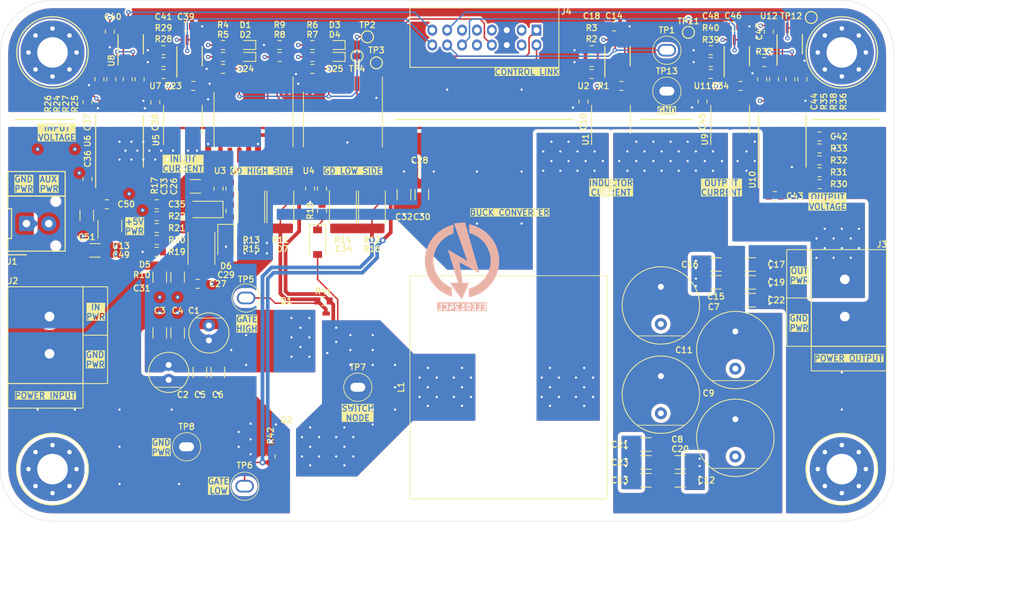
<source format=kicad_pcb>
(kicad_pcb (version 20240108) (generator "pcbnew") (generator_version "8.0")
  (title_block (title "ELE0124CL Power Buck") (date "2024-08-06") (rev "1.0") (company "ELE0124CL"))
  (layers (0 "F.Cu" power) (1 "In1.Cu" power) (2 "In2.Cu" power) (31 "B.Cu" power) (34 "B.Paste" user) (35 "F.Paste" user) (36 "B.SilkS" user "B.Silkscreen") (37 "F.SilkS" user "F.Silkscreen") (38 "B.Mask" user) (39 "F.Mask" user) (44 "Edge.Cuts" user))
  (net 0 "")
  (net 1 "GND_PWR")
  (net 2 "+24V")
  (net 3 "+VOUT")
  (net 4 "GND")
  (net 5 "+5V")
  (net 6 "Net-(U2B-IN2+)")
  (net 7 "/Gate Drivers/VBOOT")
  (net 8 "/Gate Drivers/SWITCHING_NODE")
  (net 9 "+12V")
  (net 10 "/Gate Drivers/DESAT_H")
  (net 11 "/Gate Drivers/DESAT_L")
  (net 12 "Net-(U6-VIN)")
  (net 13 "+3V3")
  (net 14 "Net-(U7B-IN2+)")
  (net 15 "Net-(U10-VIN)")
  (net 16 "Net-(U11B-IN2+)")
  (net 17 "Net-(D1-A)")
  (net 18 "/Gate Drivers/READY_H")
  (net 19 "Net-(D2-A)")
  (net 20 "/Gate Drivers/FAULT_H")
  (net 21 "/Gate Drivers/READY_L")
  (net 22 "Net-(D3-A)")
  (net 23 "Net-(D4-A)")
  (net 24 "/Gate Drivers/FAULT_L")
  (net 25 "Net-(D5-A)")
  (net 26 "Net-(D6-A)")
  (net 27 "Net-(D7-A)")
  (net 28 "+24V_IN")
  (net 29 "+VOUT_OUT")
  (net 30 "/ADC_3")
  (net 31 "/PWM_H1")
  (net 32 "/PWM_L1")
  (net 33 "/ADC_2")
  (net 34 "/ADC_0")
  (net 35 "/RESET")
  (net 36 "/ADC_1")
  (net 37 "/ADC_6")
  (net 38 "Net-(L1-Pad2)")
  (net 39 "/Gate Drivers/G_SENSE_H")
  (net 40 "/Gate Drivers/G_SENSE_L")
  (net 41 "Net-(U1-VOUT)")
  (net 42 "Net-(U2A-IN1-)")
  (net 43 "Net-(U3-VOUT_ON)")
  (net 44 "Net-(U4-VOUT_ON)")
  (net 45 "Net-(U3-VOUT_OFF)")
  (net 46 "Net-(U4-VOUT_OFF)")
  (net 47 "Net-(R19-Pad2)")
  (net 48 "Net-(R20-Pad2)")
  (net 49 "Net-(U5-VOUT)")
  (net 50 "Net-(U6-VOUT+)")
  (net 51 "Net-(U8A-IN1+)")
  (net 52 "Net-(U8A-IN1-)")
  (net 53 "Net-(U6-VOUT-)")
  (net 54 "Net-(U8A-OUT1)")
  (net 55 "Net-(U7A-IN1-)")
  (net 56 "Net-(R30-Pad2)")
  (net 57 "Net-(R31-Pad2)")
  (net 58 "Net-(U11A-IN1+)")
  (net 59 "Net-(U12A-IN1+)")
  (net 60 "Net-(U10-VOUT+)")
  (net 61 "Net-(U12A-IN1-)")
  (net 62 "Net-(U10-VOUT-)")
  (net 63 "Net-(U12A-OUT1)")
  (net 64 "Net-(U11A-IN1-)")
  (net 69 "+5V_PWR")
  (net 70 "Net-(U13-BYP)")
  (footprint "ELE0124CL_library:C_0603_1608Metric" (layer "F.Cu") (at 100.9 85.3 90)
    (property "Reference" "C33")
    (property "Value" "0,1 uF" (hide yes))
  )
  (footprint "ELE0124CL_library:R_0603_1608Metric" (layer "F.Cu") (at 180 81.5 180)
    (property "Reference" "R32")
    (property "Value" "10 kOhm" (hide yes))
  )
  (footprint "ELE0124CL_library:TP_D1.0mm" (layer "F.Cu") (at 178.9 62.3)
    (property "Reference" "TP12")
    (property "Value" "~" (hide yes))
  )
  (footprint "ELE0124CL_library:C_0603_1608Metric" (layer "F.Cu") (at 165.4 66.7 180)
    (property "Reference" "C48")
    (property "Value" "10 nF" (hide yes))
  )
  (footprint "ELE0124CL_library:C_0603_1608Metric" (layer "F.Cu") (at 84.7 64.2 -90)
    (property "Reference" "C40")
    (property "Value" "0,1 uF" (hide yes))
  )
  (footprint "ELE0124CL_library:R_0603_1608Metric" (layer "F.Cu") (at 84.9 70.6 90)
    (property "Reference" "R24")
    (property "Value" "10 kOhm" (hide yes))
  )
  (footprint "ELE0124CL_library:C_D5.0mm_H11.0mm_P2.00mm" (layer "F.Cu") (at 92.6 109 -90)
    (property "Reference" "C2")
    (property "Value" "10 uF" (hide yes))
  )
  (footprint "ELE0124CL_library:MOUNTING_HOLE_M4_4.1mm" (layer "F.Cu") (at 183 123)
    (property "Reference" "REF**" (hide yes))
    (property "Value" "MOUNTING_HOLE_M4_4.1mm" (hide yes))
  )
  (footprint "ELE0124CL_library:D_0603_1608Metric" (layer "F.Cu") (at 114.9 66 180)
    (property "Reference" "D3")
    (property "Value" "LED RED" (hide yes))
  )
  (footprint "ELE0124CL_library:C_0603_1608Metric" (layer "F.Cu") (at 81.7 73.7 -90)
    (property "Reference" "C37")
    (property "Value" "0,1 uF" (hide yes))
  )
  (footprint "ELE0124CL_library:PG-TDSON-8-3" (layer "F.Cu") (at 111 104 90)
    (property "Reference" "Q1")
    (property "Value" "ISC022N10NM6" (hide yes))
  )
  (footprint "ELE0124CL_library:R_0603_1608Metric" (layer "F.Cu") (at 87.1 70.6 -90)
    (property "Reference" "R27")
    (property "Value" "10 kOhm" (hide yes))
  )
  (footprint "ELE0124CL_library:R_2512_6332Metric" (layer "F.Cu") (at 97 93.4 90)
    (property "Reference" "R10")
    (property "Value" "4,7 Ohm" (hide yes))
  )
  (footprint "ELE0124CL_library:R_0603_1608Metric" (layer "F.Cu") (at 91.905 68.3 180)
    (property "Reference" "R29")
    (property "Value" "2.67 kOhm" (hide yes))
  )
  (footprint "ELE0124CL_library:C_0603_1608Metric" (layer "F.Cu") (at 148.3 73.6 -90)
    (property "Reference" "C10")
    (property "Value" "0,1 uF" (hide yes))
  )
  (footprint "ELE0124CL_library:C_1206_3216Metric" (layer "F.Cu") (at 161.3 122.1)
    (property "Reference" "C20")
    (property "Value" "4,7 uF" (hide yes))
  )
  (footprint "ELE0124CL_library:L_74437529203331" (layer "F.Cu") (at 138 112 90)
    (property "Reference" "L1")
    (property "Value" "330 uH" (hide yes))
  )
  (footprint "ELE0124CL_library:C_0603_1608Metric" (layer "F.Cu") (at 113.2 85.3 90)
    (property "Reference" "C34")
    (property "Value" "0,1 uF" (hide yes))
  )
  (footprint "ELE0124CL_library:SOIC-16W_9.60mm_P1.27mm" (layer "F.Cu") (at 116 76 -90)
    (property "Reference" "U4")
    (property "Value" "ADUM4146BRWZ" (hide yes))
  )
  (footprint "ELE0124CL_library:VSSOP-8_4.40mm_P0.65mm" (layer "F.Cu") (at 95.405 67.5 90)
    (property "Reference" "U7")
    (property "Value" "OPA2992QDGKRQ1" (hide yes))
  )
  (footprint "ELE0124CL_library:C_1206_3216Metric" (layer "F.Cu") (at 96.8 110 -90)
    (property "Reference" "C5")
    (property "Value" "4,7 uF" (hide yes))
  )
  (footprint "ELE0124CL_library:R_0603_1608Metric" (layer "F.Cu") (at 169.4 71.5)
    (property "Reference" "R34")
    (property "Value" "10 kOhm" (hide yes))
  )
  (footprint "ELE0124CL_library:C_0603_1608Metric" (layer "F.Cu") (at 90.805 73.7 -90)
    (property "Reference" "C38")
    (property "Value" "0,1 uF" (hide yes))
  )
  (footprint "ELE0124CL_library:R_0603_1608Metric" (layer "F.Cu") (at 165.4 69.9 180)
    (property "Reference" "R39")
    (property "Value" "1.37 kOhm" (hide yes))
  )
  (footprint "ELE0124CL_library:R_0603_1608Metric" (layer "F.Cu") (at 83.3 70.6 -90)
    (property "Reference" "R26")
    (property "Value" "10 kOhm" (hide yes))
  )
  (footprint "ELE0124CL_library:C_0603_1608Metric" (layer "F.Cu") (at 94.905 63.5)
    (property "Reference" "C39")
    (property "Value" "0,1 uF" (hide yes))
  )
  (footprint "ELE0124CL_library:C_1206_3216Metric" (layer "F.Cu") (at 81.6 88.9 -90)
    (property "Reference" "C51")
    (property "Value" "10 uF" (hide yes))
  )
  (footprint "ELE0124CL_library:CONN_TERMINAL_BLOCK_1x02_P5.08mm_Vertical" (layer "F.Cu") (at 183.4 97.5 -90)
    (property "Reference" "J3")
    (property "Value" "MSTBVA 2,5/ 2-G-5,08" (hide yes))
  )
  (footprint "ELE0124CL_library:R_0603_1608Metric" (layer "F.Cu") (at 91 90.6)
    (property "Reference" "R21")
    (property "Value" "10 kOhm" (hide yes))
  )
  (footprint "ELE0124CL_library:C_1206_3216Metric" (layer "F.Cu") (at 166.1 97.9 180)
    (property "Reference" "C15")
    (property "Value" "4,7 uF" (hide yes))
  )
  (footprint "ELE0124CL_library:C_1206_3216Metric" (layer "F.Cu") (at 161.3 124.5)
    (property "Reference" "C12")
    (property "Value" "4,7 uF" (hide yes))
  )
  (footprint "ELE0124CL_library:TP_THT" (layer "F.Cu") (at 102.8 125.3)
    (property "Reference" "TP6")
    (property "Value" "~" (hide yes))
  )
  (footprint "ELE0124CL_library:CONN_SOCKET_1x02_P3.00mm_Vertical" (layer "F.Cu") (at 73.5 90 90)
    (property "Reference" "J1")
    (property "Value" "43045-0212" (hide yes))
  )
  (footprint "ELE0124CL_library:C_1206_3216Metric" (layer "F.Cu") (at 91.4 104.7 90)
    (property "Reference" "C3")
    (property "Value" "4,7 uF" (hide yes))
  )
  (footprint "ELE0124CL_library:C_0603_1608Metric" (layer "F.Cu") (at 180 78.3)
    (property "Reference" "C42")
    (property "Value" "10 nF" (hide yes))
  )
  (footprint "ELE0124CL_library:R_2512_6332Metric" (layer "F.Cu") (at 103.7 87.7 -90)
    (property "Reference" "R13")
    (property "Value" "2,2 Ohm" (hide yes))
  )
  (footprint "ELE0124CL_library:TP_THT" (layer "F.Cu") (at 103 100)
    (property "Reference" "TP5")
    (property "Value" "~" (hide yes))
  )
  (footprint "ELE0124CL_library:R_2512_6332Metric" (layer "F.Cu") (at 116 87.7 -90)
    (property "Reference" "R14")
    (property "Value" "2,2 Ohm" (hide yes))
  )
  (footprint "ELE0124CL_library:C_0603_1608Metric" (layer "F.Cu") (at 168.4 63.5)
    (property "Reference" "C46")
    (property "Value" "0,1 uF" (hide yes))
  )
  (footprint "ELE0124CL_library:C_1206_3216Metric" (layer "F.Cu") (at 170.7 95.5)
    (property "Reference" "C17")
    (property "Value" "4,7 uF" (hide yes))
  )
  (footprint "ELE0124CL_library:C_D5.0mm_H11.0mm_P2.00mm" (layer "F.Cu") (at 98 105.7 90)
    (property "Reference" "C1")
    (property "Value" "10 uF" (hide yes))
  )
  (footprint "ELE0124CL_library:C_0603_1608Metric" (layer "F.Cu") (at 172.3 70.6 90)
    (property "Reference" "C44")
    (property "Value" "0,1 uF" (hide yes))
  )
  (footprint "ELE0124CL_library:R_0603_1608Metric" (layer "F.Cu") (at 106.3 121.3 90)
    (property "Reference" "R42")
    (property "Value" "10 kOhm" (hide yes))
  )
  (footprint "ELE0124CL_library:C_0603_1608Metric" (layer "F.Cu") (at 91.905 66.7 180)
    (property "Reference" "C41")
    (property "Value" "10 nF" (hide yes))
  )
  (footprint "ELE0124CL_library:C_1206_3216Metric" (layer "F.Cu") (at 93.8 97.2 -90)
    (property "Reference" "C29")
    (property "Value" "1 uF" (hide yes))
  )
  (footprint "ELE0124CL_library:SOIC-8_5.40mm_P1.27mm" (layer "F.Cu") (at 168 76 90)
    (property "Reference" "U9")
    (property "Value" "TMCS1100A4QDRQ1" (hide yes))
  )
  (footprint "ELE0124CL_library:MOUNTING_HOLE_M4_4.1mm" (layer "F.Cu") (at 77 67)
    (property "Reference" "REF**" (hide yes))
    (property "Value" "MOUNTING_HOLE_M4_4.1mm" (hide yes))
  )
  (footprint "ELE0124CL_library:TP_THT" (layer "F.Cu") (at 118 112)
    (property "Reference" "TP7")
    (property "Value" "~" (hide yes))
  )
  (footprint "ELE0124CL_library:TP_THT" (layer "F.Cu") (at 95 120)
    (property "Reference" "TP8")
    (property "Value" "~" (hide yes))
  )
  (footprint "ELE0124CL_library:C_D10.0mm_H16.0mm_P5.00mm" (layer "F.Cu") (at 168.7 116.3 -90)
    (property "Reference" "C8")
    (property "Value" "220 uF" (hide yes))
  )
  (footprint "ELE0124CL_library:R_0603_1608Metric" (layer "F.Cu") (at 91 92.2 180)
    (property "Reference" "R20")
    (property "Value" "10 kOhm" (hide yes))
  )
  (footprint "ELE0124CL_library:R_0603_1608Metric" (layer "F.Cu") (at 149.4 68.3 180)
    (property "Reference" "R3")
    (property "Value" "2.67 kOhm" (hide yes))
  )
  (footprint "ELE0124CL_library:R_0603_1608Metric" (layer "F.Cu") (at 113.4 100.4)
    (property "Reference" "R41")
    (property "Value" "10 kOhm" (hide yes))
  )
  (footprint "ELE0124CL_library:CONN_SOCKET_2x08_P2.00mm_Vertical" (layer "F.Cu") (at 142 64 -90)
    (property "Reference" "J4")
    (property "Value" "878311620" (hide yes))
  )
  (footprint "ELE0124CL_library:R_0603_1608Metric" (layer "F.Cu") (at 153.4 71.5)
    (property "Reference" "R1")
    (property "Value" "10 kOhm" (hide yes))
  )
  (footprint "ELE0124CL_library:R_0603_1608Metric" (layer "F.Cu") (at 180 79.9)
    (property "Reference" "R33")
    (property "Value" "1 kOhm" (hide yes))
  )
  (footprint "ELE0124CL_library:D_0603_1608Metric" (layer "F.Cu") (at 102.9 67.6 180)
    (property "Reference" "D2")
    (property "Value" "LED RED" (hide yes))
  )
  (footprint "ELE0124CL_library:C_1206_3216Metric" (layer "F.Cu") (at 156.7 119.7 180)
    (property "Reference" "C21")
    (property "Value" "4,7 uF" (hide yes))
  )
  (footprint "ELE0124CL_library:R_0603_1608Metric" (layer "F.Cu") (at 113.2 88.3 90)
    (property "Reference" "R16")
    (property "Value" "1 kOhm" (hide yes))
  )
  (footprint "ELE0124CL_library:R_0603_1608Metric" (layer "F.Cu") (at 177.7 70.6 90)
    (property "Reference" "R36")
    (property "Value" "10 kOhm" (hide yes))
  )
  (footprint "ELE0124CL_library:R_0603_1608Metric" (layer "F.Cu") (at 149.4 69.9 180)
    (property "Reference" "R2")
    (property "Value" "1.37 kOhm" (hide yes))
  )
  (footprint "ELE0124CL_library:C_0603_1608Metric" (layer "F.Cu") (at 96.5 98.1)
    (property "Reference" "C27")
    (property "Value" "0,1 uF" (hide yes))
  )
  (footprint "ELE0124CL_library:TP_D1.0mm" (layer "F.Cu") (at 162.4 64.3)
    (property "Reference" "TP11")
    (property "Value" "~" (hide yes))
  )
  (footprint "ELE0124CL_library:C_D10.0mm_H16.0mm_P5.00mm" (layer "F.Cu") (at 158.7 110.5 -90)
    (property "Reference" "C11")
    (property "Value" "220 uF" (hide yes))
  )
  (footprint "ELE0124CL_library:C_D10.0mm_H16.0mm_P5.00mm" (layer "F.Cu") (at 158.7 98.5 -90)
    (property "Reference" "C7")
    (property "Value" "220 uF" (hide yes))
  )
  (footprint "ELE0124CL_library:TSOT-23-5" (layer "F.Cu") (at 84.7 90.3 90)
    (property "Reference" "U13")
    (property "Value" "LT1761ES5-5#TRPBF" (hide yes))
  )
  (footprint "ELE0124CL_library:R_0603_1608Metric" (layer "F.Cu") (at 176.1 70.6 -90)
    (property "Reference" "R38")
    (property "Value" "10 kOhm" (hide yes))
  )
  (footprint "ELE0124CL_library:C_1206_3216Metric" (layer "F.Cu") (at 166.1 95.5 180)
    (property "Reference" "C16")
    (property "Value" "4,7 uF" (hide yes))
  )
  (footprint "ELE0124CL_library:C_0603_1608Metric" (layer "F.Cu") (at 99.9 69.2 180)
    (property "Reference" "C24")
    (property "Value" "0,1 uF" (hide yes))
  )
  (footprint "ELE0124CL_library:R_0603_1608Metric" (layer "F.Cu") (at 88.7 70.6 90)
    (property "Reference" "R25")
    (property "Value" "10 kOhm" (hide yes))
  )
  (footprint "ELE0124CL_library:C_0603_1608Metric" (layer "F.Cu") (at 173.2 64.2 -90)
    (property "Reference" "C47")
    (property "Value" "0,1 uF" (hide yes))
  )
  (footprint "ELE0124CL_library:C_1206_3216Metric" (layer "F.Cu") (at 96.2 85)
    (property "Reference" "C26")
    (property "Value" "0,1 uF" (hide yes))
  )
  (footprint "ELE0124CL_library:TP_THT" (layer "F.Cu") (at 159.5 66.7)
    (property "Reference" "TP1")
    (property "Value" "~" (hide yes))
  )
  (footprint "ELE0124CL_library:R_0603_1608Metric" (layer "F.Cu") (at 172.6 68.3 180)
    (property "Reference" "R37")
    (property "Value" "10 kOhm" (hide yes))
  )
  (footprint "ELE0124CL_library:D_0603_1608Metric" (layer "F.Cu") (at 102.9 66 180)
    (property "Reference" "D1")
    (property "Value" "LED RED" (hide yes))
  )
  (footprint "ELE0124CL_library:CONN_TERMINAL_BLOCK_1x02_P5.08mm_Vertical" (layer "F.Cu") (at 76.6 107.5 90)
    (property "Reference" "J2")
    (property "Value" "MSTBVA 2,5/ 2-G-5,08" (hide yes))
  )
  (footprint "ELE0124CL_library:C_1206_3216Metric" (layer "F.Cu") (at 156.7 124.5 180)
    (property "Reference" "C13")
    (property "Value" "4,7 uF" (hide yes))
  )
  (footprint "ELE0124CL_library:C_0603_1608Metric" (layer "F.Cu") (at 111.9 69.2 180)
    (property "Reference" "C25")
    (property "Value" "0,1 uF" (hide yes))
  )
  (footprint "ELE0124CL_library:C_1206_3216Metric" (layer "F.Cu") (at 91.4 97.2 -90)
    (property "Reference" "C31")
    (property "Value" "4,7 uF" (hide yes))
  )
  (footprint "ELE0124CL_library:R_0603_1608Metric" (layer "F.Cu") (at 165.4 68.3 180)
    (property "Reference" "R40")
    (property "Value" "2.67 kOhm" (hide yes))
  )
  (footprint "ELE0124CL_library:TP_D1.0mm" (layer "F.Cu") (at 119.3 64.9)
    (property "Reference" "TP2")
    (property "Value" "~" (hide yes))
  )
  (footprint "ELE0124CL_library:R_0603_1608Metric" (layer "F.Cu") (at 91.905 69.9 180)
    (property "Reference" "R28")
    (property "Value" "1.37 kOhm" (hide yes))
  )
  (footprint "ELE0124CL_library:R_0603_1608Metric" (layer "F.Cu") (at 107.5 67.6)
    (property "Reference" "R8")
    (property "Value" "10 kOhm" (hide yes))
  )
  (footprint "ELE0124CL_library:R_0603_1608Metric" (layer "F.Cu") (at 111.6 85.3 90)
    (property "Reference" "R18")
    (property "Value" "10 kOhm" (hide yes))
  )
  (footprint "ELE0124CL_library:C_0603_1608Metric" (layer "F.Cu") (at 152.4 63.5)
    (property "Reference" "C14")
    (property "Value" "0,1 uF" (hide yes))
  )
  (footprint "ELE0124CL_library:C_1206_3216Metric" (layer "F.Cu") (at 170.7 97.9)
    (property "Reference" "C19")
    (property "Value" "4,7 uF" (hide yes))
  )
  (footprint "ELE0124CL_library:R_0603_1608Metric" (layer "F.Cu") (at 95.905 71.5)
    (property "Reference" "R23")
    (property "Value" "10 kOhm" (hide yes))
  )
  (footprint "ELE0124CL_library:R_0603_1608Metric" (layer "F.Cu") (at 173.9 70.6 90)
    (property "Reference" "R35")
    (property "Value" "10 kOhm" (hide yes))
  )
  (footprint "ELE0124CL_library:R_0603_1608Metric" (layer "F.Cu") (at 91 89 180)
    (property "Reference" "R22")
    (property "Value" "1 kOhm" (hide yes))
  )
  (footprint "ELE0124CL_library:MOUNTING_HOLE_M4_4.1mm" (layer "F.Cu") (at 77 123)
    (property "Reference" "REF**" (hide yes))
    (property "Value" "MOUNTING_HOLE_M4_4.1mm" (hide yes))
  )
  (footprint "ELE0124CL_library:D_SOD-123" (layer "F.Cu") (at 97.5 88.1 180)
    (property "Reference" "D5")
    (property "Value" "BAT43W-HE3-08" (hide yes))
  )
  (footprint "ELE0124CL_library:C_1206_3216Metric" (layer "F.Cu") (at 156.7 122.1 180)
    (property "Reference" "C23")
    (property "Value" "4,7 uF" (hide yes))
  )
  (footprint "ELE0124CL_library:D_SOD-123" (layer "F.Cu") (at 100.3 92.5 -90)
    (property "Reference" "D6")
    (property "Value" "BAT43W-HE3-08" (hide yes))
  )
  (footprint "ELE0124CL_library:C_1206_3216Metric" (layer "F.Cu") (at 82.7 93.6)
    (property "Reference" "C49")
    (property "Value" "1 uF" (hide yes))
  )
  (footprint "ELE0124CL_library:R_2512_6332Metric" (layer "F.Cu") (at 107.6 87.7 -90)
    (property "Reference" "R11")
    (property "Value" "4,7 Ohm" (hide yes))
  )
  (footprint "ELE0124CL_library:SSO-8_10.80mm_P1.27mm" (layer "F.Cu") (at 175 78.9 90)
    (property "Reference" "U10")
    (property "Value" "AMC1211AQDWVQ1" (hide yes))
  )
  (footprint "ELE0124CL_library:SOIC-8_5.40mm_P1.27mm" (layer "F.Cu") (at 152 76 90)
    (property "Reference" "U1")
    (property "Value" "TMCS1100A4QDRQ1" (hide yes))
  )
  (footprint "ELE0124CL_library:C_1206_3216Metric" (layer "F.Cu") (at 124.2 86.1 -90)
    (property "Reference" "C32")
    (property "Value" "4,7 uF" (hide yes))
  )
  (footprint "ELE0124CL_library:C_0603_1608Metric" (layer "F.Cu") (at 174 86.3)
    (property "Reference" "C43")
    (property "Value" "0,1 uF" (hide yes))
  )
  (footprint "ELE0124CL_library:C_0603_1608Metric" (layer "F.Cu") (at 81.7 84 90)
    (property "Reference" "C36")
    (property "Value" "0,1 uF" (hide yes))
  )
  (footprint "ELE0124CL_library:C_1206_3216Metric" (layer "F.Cu") (at 93.8 104.7 90)
    (property "Reference" "C4")
    (property "Value" "4,7 uF" (hide yes))
  )
  (footprint "ELE0124CL_library:R_2512_6332Metric" (layer "F.Cu") (at 119.9 87.7 -90)
    (property "Reference" "R12")
    (property "Value" "4,7 Ohm" (hide yes))
  )
  (footprint "ELE0124CL_library:R_0603_1608Metric" (layer "F.Cu") (at 180 84.7 180)
    (property "Reference" "R30")
    (property "Value" "10 kOhm" (hide yes))
  )
  (footprint "ELE0124CL_library:SOIC-8_5.40mm_P1.27mm" (layer "F.Cu") (at 94.505 76 90)
    (property "Reference" "U5")
    (property "Value" "TMCS1100A4QDRQ1" (hide yes))
  )
  (footprint "ELE0124CL_library:D_SOD-123" (layer "F.Cu") (at 112.6 92.5 -90)
    (property "Reference" "D7")
    (property "Value" "BAT43W-HE3-08" (hide yes))
  )
  (footprint "ELE0124CL_library:VSSOP-8_4.40mm_P0.65mm" (layer "F.Cu") (at 87.5 65.9 90)
    (property "Reference" "U8")
    (property "Value" "OPA2992QDGKRQ1" (hide yes))
  )
  (footprint "ELE0124CL_library:R_0603_1608Metric" (layer "F.Cu") (at 100.9 88.3 90)
    (property "Reference" "R15")
    (property "Value" "1 kOhm" (hide yes))
  )
  (footprint "ELE0124CL_library:R_0603_1608Metric" (layer "F.Cu") (at 111.9 66)
    (property "Reference" "R6")
    (property "Value" "1 kOhm" (hide yes))
  )
  (footprint "ELE0124CL_library:C_0603_1608Metric" (layer "F.Cu") (at 91 87.4 180)
    (property "Reference" "C35")
    (property "Value" "10 nF" (hide yes))
  )
  (footprint "ELE0124CL_library:R_0603_1608Metric" (layer "F.Cu") (at 99.9 66)
    (property "Reference" "R4")
    (property "Value" "1 kOhm" (hide yes))
  )
  (footprint "ELE0124CL_library:C_1206_3216Metric" (layer "F.Cu") (at 170.7 100.3)
    (property "Reference" "C22")
    (property "Value" "4,7 uF" (hide yes))
  )
  (footprint "ELE0124CL_library:VSSOP-8_4.40mm_P0.65mm" (layer "F.Cu") (at 176 65.9 90)
    (property "Reference" "U12")
    (property "Value" "OPA2992QDGKRQ1" (hide yes))
  )
  (footprint "ELE0124CL_library:D_0603_1608Metric" (layer "F.Cu") (at 114.9 67.6 180)
    (property "Reference" "D4")
    (property "Value" "LED RED" (hide yes))
  )
  (footprint "ELE0124CL_library:C_0603_1608Metric" (layer "F.Cu") (at 84.3 87.4)
    (property "Reference" "C50")
    (property "Value" "10 nF" (hide yes))
  )
  (footprint "ELE0124CL_library:R_0603_1608Metric" (layer "F.Cu") (at 91 93.8)
    (property "Reference" "R19")
    (property "Value" "10 kOhm" (hide yes))
  )
  (footprint "ELE0124CL_library:TP_D1.0mm" (layer "F.Cu") (at 120.5 68.4)
    (property "Reference" "TP3")
    (property "Value" "~" (hide yes))
  )
  (footprint "ELE0124CL_library:R_0603_1608Metric" (layer "F.Cu") (at 180 83.1)
    (property "Reference" "R31")
    (property "Value" "10 kOhm" (hide yes))
  )
  (footprint "ELE0124CL_library:C_1206_3216Metric" (layer "F.Cu") (at 99.2 110 -90)
    (property "Reference" "C6")
    (property "Value" "4,7 uF" (hide yes))
  )
  (footprint "ELE0124CL_library:R_0603_1608Metric" (layer "F.Cu") (at 99.3 85.3 90)
    (property "Reference" "R17")
    (property "Value" "10 kOhm" (hide yes))
  )
  (footprint "ELE0124CL_library:SOIC-16W_9.60mm_P1.27mm" (layer "F.Cu") (at 104 76 -90)
    (property "Reference" "U3")
    (property "Value" "ADUM4146BRWZ" (hide yes))
  )
  (footprint "ELE0124CL_library:C_0603_1608Metric" (layer "F.Cu") (at 149.4 66.7 180)
    (property "Reference" "C18")
    (property "Value" "10 nF" (hide yes))
  )
  (footprint "ELE0124CL_library:VSSOP-8_4.40mm_P0.65mm" (layer "F.Cu") (at 152.875 67.5 90)
    (property "Reference" "U2")
    (property "Value" "OPA2992QDGKRQ1" (hide yes))
  )
  (footprint "ELE0124CL_library:C_1206_3216Metric" (layer "F.Cu") (at 126.6 86.1 -90)
    (property "Reference" "C30")
    (property "Value" "1 uF" (hide yes))
  )
  (footprint "ELE0124CL_library:C_0603_1608Metric" (layer "F.Cu") (at 126.3 83)
    (property "Reference" "C28")
    (property "Value" "0,1 uF" (hide yes))
  )
  (footprint "ELE0124CL_library:MOUNTING_HOLE_M4_4.1mm" (layer "F.Cu") (at 183 67)
    (property "Reference" "REF**" (hide yes))
    (property "Value" "MOUNTING_HOLE_M4_4.1mm" (hide yes))
  )
  (footprint "ELE0124CL_library:TP_THT" (layer "F.Cu") (at 159.5 72.2)
    (property "Reference" "TP13")
    (property "Value" "~" (hide yes))
  )
  (footprint "ELE0124CL_library:TP_D1.0mm" (layer "F.Cu") (at 117.9 67.5)
    (property "Reference" "TP4")
    (property "Value" "~" (hide yes))
  )
  (footprint "ELE0124CL_library:C_D10.0mm_H16.0mm_P5.00mm" (layer "F.Cu") (at 168.7 104.5 -90)
    (property "Reference" "C9")
    (property "Value" "220 uF" (hide yes))
  )
  (footprint "ELE0124CL_library:PG-TDSON-8-3" (layer "F.Cu") (at 111 120 -90)
    (property "Reference" "Q2")
    (property "Value" "ISC022N10NM6" (hide yes))
  )
  (footprint "ELE0124CL_library:VSSOP-8_4.40mm_P0.65mm" (layer "F.Cu") (at 168.9 67.5 90)
    (property "Reference" "U11")
    (property "Value" "OPA2992QDGKRQ1" (hide yes))
  )
  (footprint "ELE0124CL_library:R_0603_1608Metric" (layer "F.Cu") (at 107.5 66)
    (property "Reference" "R9")
    (property "Value" "10 kOhm" (hide yes))
  )
  (footprint "ELE0124CL_library:R_0603_1608Metric" (layer "F.Cu") (at 99.9 67.6)
    (property "Reference" "R5")
    (property "Value" "1 kOhm" (hide yes))
  )
  (footprint "ELE0124CL_library:SSO-8_10.80mm_P1.27mm" (layer "F.Cu") (at 86 78.9 90)
    (property "Reference" "U6")
    (property "Value" "AMC1211AQDWVQ1" (hide yes))
  )
  (footprint "ELE0124CL_library:C_0603_1608Metric" (layer "F.Cu") (at 164.3 73.6 -90)
    (property "Reference" "C45")
    (property "Value" "0,1 uF" (hide yes))
  )
  (footprint "ELE0124CL_library:R_0603_1608Metric" (layer "F.Cu") (at 111.9 67.6)
    (property "Reference" "R7")
    (property "Value" "1 kOhm" (hide yes))
  )
  (footprint "ELE0124CL_library:LOGO" (layer "B.Cu") (at 132 95 180)
    (property "Reference" "G***" (hide yes))
    (property "Value" "LOGO" (hide yes))
  )
  (gr_line (start 156 76) (end 163 76) (stroke (width 0.15)) (layer "F.SilkS"))
  (gr_line (start 179 76) (end 188 76) (stroke (width 0.15)) (layer "F.SilkS"))
  (gr_rect (start 175.6 93.5) (end 178.9 106.5) (stroke (width 0.12)) (fill none) (layer "F.SilkS"))
  (gr_rect (start 178.9 106.5) (end 189 109.8) (stroke (width 0.12)) (fill none) (layer "F.SilkS"))
  (gr_line (start 72 76) (end 80 76) (stroke (width 0.15)) (layer "F.SilkS"))
  (gr_line (start 81.1 105) (end 84.4 105) (stroke (width 0.12)) (layer "F.SilkS"))
  (gr_rect (start 71 111.5) (end 81.1 114.8) (stroke (width 0.12)) (fill none) (layer "F.SilkS"))
  (gr_rect (start 71 83) (end 78.7 86.3) (stroke (width 0.15)) (fill none) (layer "F.SilkS"))
  (gr_line (start 123 76) (end 147 76) (stroke (width 0.15)) (layer "F.SilkS"))
  (gr_line (start 175.6 100) (end 178.9 100) (stroke (width 0.12)) (layer "F.SilkS"))
  (gr_rect (start 81.1 98.5) (end 84.4 111.5) (stroke (width 0.12)) (fill none) (layer "F.SilkS"))
  (gr_arc (start 77 130) (mid 72.050253 127.949747) (end 70 123) (stroke (width 0.05)) (layer "Edge.Cuts"))
  (gr_line (start 70 67) (end 70 123) (stroke (width 0.05)) (layer "Edge.Cuts"))
  (gr_line (start 77 130) (end 183 130) (stroke (width 0.05)) (layer "Edge.Cuts"))
  (gr_line (start 183 60) (end 77 60) (stroke (width 0.05)) (layer "Edge.Cuts"))
  (gr_arc (start 183 60) (mid 187.949747 62.050253) (end 190 67) (stroke (width 0.05)) (layer "Edge.Cuts"))
  (gr_arc (start 190 123) (mid 187.949747 127.949747) (end 183 130) (stroke (width 0.05)) (layer "Edge.Cuts"))
  (gr_arc (start 70 67) (mid 72.050253 62.050253) (end 77 60) (stroke (width 0.05)) (layer "Edge.Cuts"))
  (gr_line (start 190 123) (end 190 67) (stroke (width 0.05)) (layer "Edge.Cuts"))
  (gr_text "ELE0124CL" (at 135.440239 101.7 0) (layer "B.SilkS" knockout) (effects (font (size 0.8 0.8)) (justify left bottom mirror)))
  (gr_text "BUCK CONVERTER" (at 138.4 89 0) (layer "F.SilkS" knockout) (effects (font (size 0.8 0.8)) (justify bottom)))
  (gr_text "GATE\nLOW" (at 99.3 126.4 0) (layer "F.SilkS" knockout) (effects (font (size 0.8 0.8)) (justify bottom)))
  (gr_text "GND" (at 159.5 75.3 0) (layer "F.SilkS" knockout) (effects (font (size 0.8 0.8)) (justify bottom)))
  (gr_text "INPUT\nCURRENT" (at 94.5 83.1 0) (layer "F.SilkS" knockout) (effects (font (size 0.8 0.8)) (justify bottom)))
  (gr_text "GND\nPWR" (at 71.8 85.8 0) (layer "F.SilkS" knockout) (effects (font (size 0.8 0.8)) (justify left bottom)))
  (gr_text "GND\nPWR" (at 175.9 104.5 0) (layer "F.SilkS" knockout) (effects (font (size 0.8 0.8)) (justify left bottom)))
  (gr_text "OUTPUT\nCURRENT" (at 166.8 86.3 0) (layer "F.SilkS" knockout) (effects (font (size 0.8 0.8)) (justify bottom)))
  (gr_text "GD LOW SIDE" (at 113.3 83.4 0) (layer "F.SilkS" knockout) (effects (font (size 0.8 0.8)) (justify left bottom)))
  (gr_text "POWER OUTPUT" (at 179.2 108.6 0) (layer "F.SilkS" knockout) (effects (font (size 0.8 0.8)) (justify left bottom)))
  (gr_text "POWER INPUT" (at 71.82881 113.6 0) (layer "F.SilkS" knockout) (effects (font (size 0.8 0.8)) (justify left bottom)))
  (gr_text "INDUCTOR\nCURRENT" (at 152 86.3 0) (layer "F.SilkS" knockout) (effects (font (size 0.8 0.8)) (justify bottom)))
  (gr_text "IN\nPWR" (at 82.8 103 0) (layer "F.SilkS" knockout) (effects (font (size 0.8 0.8)) (justify bottom)))
  (gr_text "CONTROL LINK" (at 136.3 70.1 0) (layer "F.SilkS" knockout) (effects (font (size 0.8 0.8)) (justify left bottom)))
  (gr_text "OUT\nPWR" (at 177.3 98.1 0) (layer "F.SilkS" knockout) (effects (font (size 0.8 0.8)) (justify bottom)))
  (gr_text "+5V\nPWR" (at 88 91.5 0) (layer "F.SilkS" knockout) (effects (font (size 0.8 0.8)) (justify bottom)))
  (gr_text "GND\nPWR" (at 91.6 121.2 0) (layer "F.SilkS" knockout) (effects (font (size 0.8 0.8)) (justify bottom)))
  (gr_text "SWITCH\nNODE" (at 118 116.6 0) (layer "F.SilkS" knockout) (effects (font (size 0.8 0.8)) (justify bottom)))
  (gr_text "OUTPUT\nVOLTAGE" (at 181.1 88.2 0) (layer "F.SilkS" knockout) (effects (font (size 0.8 0.8)) (justify bottom)))
  (gr_text "AUX\nPWR" (at 75.2 85.8 0) (layer "F.SilkS" knockout) (effects (font (size 0.8 0.8)) (justify left bottom)))
  (gr_text "GATE\nHIGH" (at 103.1 104.6 0) (layer "F.SilkS" knockout) (effects (font (size 0.8 0.8)) (justify bottom)))
  (gr_text "GND\nPWR" (at 81.4 109.4 0) (layer "F.SilkS" knockout) (effects (font (size 0.8 0.8)) (justify left bottom)))
  (gr_text "INPUT\nVOLTAGE" (at 77.6 78.9 0) (layer "F.SilkS" knockout) (effects (font (size 0.8 0.8)) (justify bottom)))
  (gr_text "GD HIGH SIDE" (at 100.8 83.4 0) (layer "F.SilkS" knockout) (effects (font (size 0.8 0.8)) (justify left bottom)))
  (segment (start 120.45 82.25) (end 120.45 80.8) (width 0.5) (layer "F.Cu") (net 1))
  (segment (start 122.425 91.175) (end 122.425 83.636091) (width 0.5) (layer "F.Cu") (net 1))
  (segment (start 121.35 92.25) (end 122.425 91.175) (width 0.5) (layer "F.Cu") (net 1))
  (segment (start 122.425 83.636091) (end 121.438909 82.65) (width 0.5) (layer "F.Cu") (net 1))
  (segment (start 120.85 82.65) (end 120.45 82.25) (width 0.5) (layer "F.Cu") (net 1))
  (segment (start 114.095 82.805) (end 114.095 80.8) (width 0.2) (layer "F.Cu") (net 1))
  (segment (start 121.438909 82.65) (end 120.85 82.65) (width 0.5) (layer "F.Cu") (net 1))
  (segment (start 106.3 120.475) (end 106.3 119.3) (width 0.5) (layer "F.Cu") (net 1))
  (segment (start 113.2 84.475) (end 113.2 83.7) (width 0.2) (layer "F.Cu") (net 1))
  (segment (start 113.2 83.7) (end 114.095 82.805) (width 0.2) (layer "F.Cu") (net 1))
  (via (at 89.1 88.2) (size 0.6) (drill 0.3) (layers "F.Cu" "B.Cu") (net 1))
  (via (at 173.3 99.8) (size 0.6) (drill 0.3) (layers "F.Cu" "B.Cu") (net 1))
  (via (at 134 90) (size 0.6) (drill 0.3) (layers "F.Cu" "B.Cu") (net 1))
  (via (at 176.3 82.4) (size 0.6) (drill 0.3) (layers "F.Cu" "B.Cu") (net 1))
  (via (at 163.4 98.4) (size 0.6) (drill 0.3) (layers "F.Cu" "B.Cu") (net 1))
  (via (at 106.3 119.3) (size 0.8) (drill 0.4) (layers "F.Cu" "B.Cu") (net 1))
  (via (at 103.6 121) (size 0.6) (drill 0.3) (layers "F.Cu" "B.Cu") (net 1))
  (via (at 173.4 95) (size 0.6) (drill 0.3) (layers "F.Cu" "B.Cu") (net 1))
  (via (at 163.9 124) (size 0.6) (drill 0.3) (layers "F.Cu" "B.Cu") (net 1))
  (via (at 126.6 88.8) (size 0.6) (drill 0.3) (layers "F.Cu" "B.Cu") (net 1))
  (via (at 103.6 119) (size 0.6) (drill 0.3) (layers "F.Cu" "B.Cu") (net 1))
  (via (at 121.35 92.25) (size 0.8) (drill 0.4) (layers "F.Cu" "B.Cu") (net 1))
  (via (at 163.9 122.6) (size 0.6) (drill 0.3) (layers "F.Cu" "B.Cu") (net 1))
  (via (at 91.4 99.9) (size 0.6) (drill 0.3) (layers "F.Cu" "B.Cu") (net 1))
  (via (at 128.2 83) (size 0.6) (drill 0.3) (layers "F.Cu" "B.Cu") (net 1))
  (via (at 75 80) (size 0.6) (drill 0.3) (layers "F.Cu" "B.Cu") (net 1))
  (via (at 183 115) (size 0.6) (drill 0.3) (layers "F.Cu" "B.Cu") (net 1))
  (via (at 96.8 112.8) (size 0.6) (drill 0.3) (layers "F.Cu" "B.Cu") (net 1))
  (via (at 99.2 112.8) (size 0.6) (drill 0.3) (layers "F.Cu" "B.Cu") (net 1))
  (via (at 80 115) (size 0.6) (drill 0.3) (layers "F.Cu" "B.Cu") (net 1))
  (via (at 153.9 125) (size 0.6) (drill 0.3) (layers "F.Cu" "B.Cu") (net 1))
  (via (at 134 83) (size 0.6) (drill 0.3) (layers "F.Cu" "B.Cu") (net 1))
  (via (at 85.5 93.1) (size 0.6) (drill 0.3) (layers "F.Cu" "B.Cu") (net 1))
  (via (at 163.9 121.6) (size 0.6) (drill 0.3) (layers "F.Cu" "B.Cu") (net 1))
  (via (at 153.9 124) (size 0.6) (drill 0.3) (layers "F.Cu" "B.Cu") (net 1))
  (via (at 140 90) (size 0.6) (drill 0.3) (layers "F.Cu" "B.Cu") (net 1))
  (via (at 154 119.2) (size 0.6) (drill 0.3) (layers "F.Cu" "B.Cu") (net 1))
  (via (at 124.2 88.8) (size 0.6) (drill 0.3) (layers "F.Cu" "B.Cu") (net 1))
  (via (at 103.6 116.9) (size 0.6) (drill 0.3) (layers "F.Cu" "B.Cu") (net 1))
  (via (at 93 115) (size 0.6) (drill 0.3) (layers "F.Cu" "B.Cu") (net 1))
  (via (at 173.3 100.8) (size 0.6) (drill 0.3) (layers "F.Cu" "B.Cu") (net 1))
  (via (at 140 83) (size 0.6) (drill 0.3) (layers "F.Cu" "B.Cu") (net 1))
  (via (at 86 125) (size 0.6) (drill 0.3) (layers "F.Cu" "B.Cu") (net 1))
  (via (at 107 117) (size 0.6) (drill 0.3) (layers "F.Cu" "B.Cu") (net 1))
  (via (at 102 118) (size 0.6) (drill 0.3) (layers "F.Cu" "B.Cu") (net 1))
  (via (at 163.9 125) (size 0.6) (drill 0.3) (layers "F.Cu" "B.Cu") (net 1))
  (via (at 86 115) (size 0.6) (drill 0.3) (layers "F.Cu" "B.Cu") (net 1))
  (via (at 94 125) (size 0.6) (drill 0.3) (layers "F.Cu" "B.Cu") (net 1))
  (via (at 173.4 98.4) (size 0.6) (drill 0.3) (layers "F.Cu" "B.Cu") (net 1))
  (via (at 98.4 98.1) (size 0.6) (drill 0.3) (layers "F.Cu" "B.Cu") (net 1))
  (via (at 154 120.2) (size 0.6) (drill 0.3) (layers "F.Cu" "B.Cu") (net 1))
  (via (at 163.4 96) (size 0.6) (drill 0.3) (layers "F.Cu" "B.Cu") (net 1))
  (via (at 173.4 97.4) (size 0.6) (drill 0.3) (layers "F.Cu" "B.Cu") (net 1))
  (via (at 80.6 83.2) (size 0.6) (drill 0.3) (layers "F.Cu" "B.Cu") (net 1))
  (via (at 163.4 95) (size 0.6) (drill 0.3) (layers "F.Cu" "B.Cu") (net 1))
  (via (at 183 110) (size 0.6) (drill 0.3) (layers "F.Cu" "B.Cu") (net 1))
  (via (at 81.1 91.7) (size 0.6) (drill 0.3) (layers "F.Cu" "B.Cu") (net 1))
  (via (at 176.3 86.3) (size 0.6) (drill 0.3) (layers "F.Cu" "B.Cu") (net 1))
  (via (at 86 120) (size 0.6) (drill 0.3) (layers "F.Cu" "B.Cu") (net 1))
  (via (at 91.4 102) (size 0.6) (drill 0.3) (layers "F.Cu" "B.Cu") (net 1))
  (via (at 80 80) (size 0.6) (drill 0.3) (layers "F.Cu" "B.Cu") (net 1))
  (via (at 102 120) (size 0.6) (drill 0.3) (layers "F.Cu" "B.Cu") (net 1))
  (via (at 173.4 96) (size 0.6) (drill 0.3) (layers "F.Cu" "B.Cu") (net 1))
  (via (at 182.1 79.9) (size 0.6) (drill 0.3) (layers "F.Cu" "B.Cu") (net 1))
  (via (at 93.8 102) (size 0.6) (drill 0.3) (layers "F.Cu" "B.Cu") (net 1))
  (via (at 85.5 94.1) (size 0.6) (drill 0.3) (layers "F.Cu" "B.Cu") (net 1))
  (via (at 163.4 97.4) (size 0.6) (drill 0.3) (layers "F.Cu" "B.Cu") (net 1))
  (via (at 182.1 78.3) (size 0.6) (drill 0.3) (layers "F.Cu" "B.Cu") (net 1))
  (via (at 93.8 99.9) (size 0.6) (drill 0.3) (layers "F.Cu" "B.Cu") (net 1))
  (via (at 87.3 86) (size 0.6) (drill 0.3) (layers "F.Cu" "B.Cu") (net 1))
  (via (at 154 121.6) (size 0.6) (drill 0.3) (layers "F.Cu" "B.Cu") (net 1))
  (via (at 154 122.6) (size 0.6) (drill 0.3) (layers "F.Cu" "B.Cu") (net 1))
  (via (at 75 115) (size 0.6) (drill 0.3) (layers "F.Cu" "B.Cu") (net 1))
  (segment (start 121.35 92.25) (end 120.6 93) (width 0.5) (layer "B.Cu") (net 1))
  (segment (start 118.6 96.6) (end 106.7 96.6) (width 0.5) (layer "B.Cu") (net 1))
  (segment (start 120.6 94.6) (end 118.6 96.6) (width 0.5) (layer "B.Cu") (net 1))
  (segment (start 120.6 93) (end 120.6 94.6) (width 0.5) (layer "B.Cu") (net 1))
  (segment (start 105.9 97.4) (end 105.9 118.9) (width 0.5) (layer "B.Cu") (net 1))
  (segment (start 105.9 118.9) (end 106.3 119.3) (width 0.5) (layer "B.Cu") (net 1))
  (segment (start 106.7 96.6) (end 105.9 97.4) (width 0.5) (layer "B.Cu") (net 1))
  (segment (start 100.3 94.15) (end 100.3 93.1) (width 0.2) (layer "F.Cu") (net 2))
  (via (at 109.1 107.9) (size 0.6) (drill 0.3) (layers "F.Cu" "B.Cu") (net 2))
  (via (at 95.2 80.2) (size 0.6) (drill 0.3) (layers "F.Cu" "B.Cu") (net 2))
  (via (at 95.2 81.6) (size 0.6) (drill 0.3) (layers "F.Cu" "B.Cu") (net 2))
  (via (at 109.1 102.7) (size 0.6) (drill 0.3) (layers "F.Cu" "B.Cu") (net 2))
  (via (at 95.8 80.9) (size 0.6) (drill 0.3) (layers "F.Cu" "B.Cu") (net 2))
  (via (at 96.4 80.2) (size 0.6) (drill 0.3) (layers "F.Cu" "B.Cu") (net 2))
  (via (at 100.3 93.1) (size 0.6) (drill 0.3) (layers "F.Cu" "B.Cu") (net 2))
  (via (at 103 105) (size 0.6) (drill 0.3) (layers "F.Cu" "B.Cu") (net 2))
  (via (at 111.5 107.9) (size 0.6) (drill 0.3) (layers "F.Cu" "B.Cu") (net 2))
  (via (at 111.5 105.3) (size 0.6) (drill 0.3) (layers "F.Cu" "B.Cu") (net 2))
  (via (at 101 107) (size 0.6) (drill 0.3) (layers "F.Cu" "B.Cu") (net 2))
  (via (at 110.3 104) (size 0.6) (drill 0.3) (layers "F.Cu" "B.Cu") (net 2))
  (via (at 103 109) (size 0.6) (drill 0.3) (layers "F.Cu" "B.Cu") (net 2))
  (via (at 109.1 105.3) (size 0.6) (drill 0.3) (layers "F.Cu" "B.Cu") (net 2))
  (via (at 111.5 102.7) (size 0.6) (drill 0.3) (layers "F.Cu" "B.Cu") (net 2))
  (via (at 110.3 106.6) (size 0.6) (drill 0.3) (layers "F.Cu" "B.Cu") (net 2))
  (via (at 155.4 79) (size 0.6) (drill 0.3) (layers "F.Cu" "B.Cu") (net 3))
  (via (at 160 81.6) (size 0.6) (drill 0.3) (layers "F.Cu" "B.Cu") (net 3))
  (via (at 156.5 82.9) (size 0.6) (drill 0.3) (layers "F.Cu" "B.Cu") (net 3))
  (via (at 165.7 80.3) (size 0.6) (drill 0.3) (layers "F.Cu" "B.Cu") (net 3))
  (via (at 160 79) (size 0.6) (drill 0.3) (layers "F.Cu" "B.Cu") (net 3))
  (via (at 161.1 80.3) (size 0.6) (drill 0.3) (layers "F.Cu" "B.Cu") (net 3))
  (via (at 162.3 79) (size 0.6) (drill 0.3) (layers "F.Cu" "B.Cu") (net 3))
  (via (at 153.1 81.6) (size 0.6) (drill 0.3) (layers "F.Cu" "B.Cu") (net 3))
  (via (at 155.4 81.6) (size 0.6) (drill 0.3) (layers "F.Cu" "B.Cu") (net 3))
  (via (at 163.4 82.9) (size 0.6) (drill 0.3) (layers "F.Cu" "B.Cu") (net 3))
  (via (at 157.7 81.6) (size 0.6) (drill 0.3) (layers "F.Cu" "B.Cu") (net 3))
  (via (at 162.3 81.6) (size 0.6) (drill 0.3) (layers "F.Cu" "B.Cu") (net 3))
  (via (at 156.5 80.3) (size 0.6) (drill 0.3) (layers "F.Cu" "B.Cu") (net 3))
  (via (at 154.2 80.3) (size 0.6) (drill 0.3) (layers "F.Cu" "B.Cu") (net 3))
  (via (at 158.8 80.3) (size 0.6) (drill 0.3) (layers "F.Cu" "B.Cu") (net 3))
  (via (at 161.1 82.9) (size 0.6) (drill 0.3) (layers "F.Cu" "B.Cu") (net 3))
  (via (at 165.7 82.9) (size 0.6) (drill 0.3) (layers "F.Cu" "B.Cu") (net 3))
  (via (at 164.6 81.6) (size 0.6) (drill 0.3) (layers "F.Cu" "B.Cu") (net 3))
  (via (at 166.9 81.6) (size 0.6) (drill 0.3) (layers "F.Cu" "B.Cu") (net 3))
  (via (at 163.4 80.3) (size 0.6) (drill 0.3) (layers "F.Cu" "B.Cu") (net 3))
  (via (at 157.7 79) (size 0.6) (drill 0.3) (layers "F.Cu" "B.Cu") (net 3))
  (via (at 154.2 82.9) (size 0.6) (drill 0.3) (layers "F.Cu" "B.Cu") (net 3))
  (via (at 158.8 82.9) (size 0.6) (drill 0.3) (layers "F.Cu" "B.Cu") (net 3))
  (segment (start 84.7 65.025) (end 84.7 66.3) (width 0.2) (layer "F.Cu") (net 4))
  (via (at 98.1 71.2) (size 0.6) (drill 0.3) (layers "F.Cu" "B.Cu") (net 4))
  (via (at 84.7 66.3) (size 0.6) (drill 0.3) (layers "F.Cu" "B.Cu") (net 4))
  (via (at 178 68.1) (size 0.6) (drill 0.3) (layers "F.Cu" "B.Cu") (net 4))
  (via (at 178.1 73.5) (size 0.6) (drill 0.3) (layers "F.Cu" "B.Cu") (net 4))
  (via (at 171.6 65) (size 0.6) (drill 0.3) (layers "F.Cu" "B.Cu") (net 4))
  (via (at 162.9 74.4) (size 0.6) (drill 0.3) (layers "F.Cu" "B.Cu") (net 4))
  (via (at 109.7 69.9) (size 0.6) (drill 0.3) (layers "F.Cu" "B.Cu") (net 4))
  (via (at 89.4 74.5) (size 0.6) (drill 0.3) (layers "F.Cu" "B.Cu") (net 4))
  (via (at 171 69.8) (size 0.6) (drill 0.3) (layers "F.Cu" "B.Cu") (net 4))
  (via (at 97.9 73.3) (size 0.6) (drill 0.3) (layers "F.Cu" "B.Cu") (net 4))
  (via (at 105.4 66) (size 0.6) (drill 0.3) (layers "F.Cu" "B.Cu") (net 4))
  (via (at 147.1 66.7) (size 0.6) (drill 0.3) (layers "F.Cu" "B.Cu") (net 4))
  (via (at 97.7 69.2) (size 0.6) (drill 0.3) (layers "F.Cu" "B.Cu") (net 4))
  (via (at 120.5 73.1) (size 0.6) (drill 0.3) (layers "F.Cu" "B.Cu") (net 4))
  (via (at 89.2 73.5) (size 0.6) (drill 0.3) (layers "F.Cu" "B.Cu") (net 4))
  (via (at 154.5 63.5) (size 0.6) (drill 0.3) (layers "F.Cu" "B.Cu") (net 4))
  (via (at 170.6 63.5) (size 0.6) (drill 0.3) (layers "F.Cu" "B.Cu") (net 4))
  (via (at 83.1 74.5) (size 0.6) (drill 0.3) (layers "F.Cu" "B.Cu") (net 4))
  (via (at 146.9 74.4) (size 0.6) (drill 0.3) (layers "F.Cu" "B.Cu") (net 4))
  (via (at 89.8 66.7) (size 0.6) (drill 0.3) (layers "F.Cu" "B.Cu") (net 4))
  (via (at 110 71.2) (size 0.6) (drill 0.3) (layers "F.Cu" "B.Cu") (net 4))
  (via (at 130 72) (size 0.6) (drill 0.3) (layers "F.Cu" "B.Cu") (net 4))
  (via (at 89.8 68.3) (size 0.6) (drill 0.3) (layers "F.Cu" "B.Cu") (net 4))
  (via (at 163.1 66.7) (size 0.6) (drill 0.3) (layers "F.Cu" "B.Cu") (net 4))
  (via (at 81.9 71.4) (size 0.6) (drill 0.3) (layers "F.Cu" "B.Cu") (net 4))
  (via (at 147.1 68.3) (size 0.6) (drill 0.3) (layers "F.Cu" "B.Cu") (net 4))
  (via (at 163.1 68.3) (size 0.6) (drill 0.3) (layers "F.Cu" "B.Cu") (net 4))
  (via (at 97.1 63.5) (size 0.6) (drill 0.3) (layers "F.Cu" "B.Cu") (net 4))
  (via (at 140 72) (size 0.6) (drill 0.3) (layers "F.Cu" "B.Cu") (net 4))
  (via (at 171.6 66.9) (size 0.6) (drill 0.3) (layers "F.Cu" "B.Cu") (net 4))
  (segment (start 167.925 65.3) (end 167.925 64.425) (width 0.2) (layer "F.Cu") (net 5))
  (segment (start 100.825 71.2) (end 100.825 69.3) (width 0.2) (layer "F.Cu") (net 5))
  (segment (start 149.5 73.3) (end 148.975 72.775) (width 0.2) (layer "F.Cu") (net 5))
  (segment (start 148.975 72.775) (end 148.3 72.775) (width 0.2) (layer "F.Cu") (net 5))
  (segment (start 99.075 67.6) (end 97.9 67.6) (width 0.2) (layer "F.Cu") (net 5))
  (segment (start 91.48 72.875) (end 90.805 72.875) (width 0.2) (layer "F.Cu") (net 5))
  (segment (start 92.6 73.3) (end 92.6 71.505) (width 0.2) (layer "F.Cu") (net 5))
  (segment (start 93.705 65.3) (end 94.43 65.3) (width 0.2) (layer "F.Cu") (net 5))
  (segment (start 166.095 73.3) (end 166.095 71.505) (width 0.2) (layer "F.Cu") (net 5))
  (segment (start 150.095 73.3) (end 150.095 71.505) (width 0.2) (layer "F.Cu") (net 5))
  (segment (start 100.725 69.2) (end 102.1 69.2) (width 0.2) (layer "F.Cu") (net 5))
  (segment (start 92.6 73.3) (end 91.905 73.3) (width 0.2) (layer "F.Cu") (net 5))
  (segment (start 165.5 73.3) (end 164.975 72.775) (width 0.2) (layer "F.Cu") (net 5))
  (segment (start 166.095 73.3) (end 165.5 73.3) (width 0.2) (layer "F.Cu") (net 5))
  (segment (start 94.43 65.3) (end 94.43 64.425) (width 0.2) (layer "F.Cu") (net 5))
  (segment (start 150.095 73.3) (end 149.5 73.3) (width 0.2) (layer "F.Cu") (net 5))
  (segment (start 151.9 65.3) (end 151 65.3) (width 0.2) (layer "F.Cu") (net 5))
  (segment (start 164.975 72.775) (end 164.3 72.775) (width 0.2) (layer "F.Cu") (net 5))
  (segment (start 111.075 66) (end 110 66) (width 0.2) (layer "F.Cu") (net 5))
  (segment (start 167 65.3) (end 167.925 65.3) (width 0.2) (layer "F.Cu") (net 5))
  (segment (start 112.825 71.2) (end 112.825 69.3) (width 0.2) (layer "F.Cu") (net 5))
  (segment (start 94.08 64.075) (end 94.08 63.5) (width 0.2) (layer "F.Cu") (net 5))
  (segment (start 167.925 64.425) (end 167.575 64.075) (width 0.2) (layer "F.Cu") (net 5))
  (segment (start 167.575 64.075) (end 167.575 63.5) (width 0.2) (layer "F.Cu") (net 5))
  (segment (start 111.075 67.6) (end 110 67.6) (width 0.2) (layer "F.Cu") (net 5))
  (segment (start 151.9 64.5) (end 151.575 64.175) (width 0.2) (layer "F.Cu") (net 5))
  (segment (start 151.575 64.175) (end 151.575 63.5) (width 0.2) (layer "F.Cu") (net 5))
  (segment (start 151.9 65.3) (end 151.9 64.5) (width 0.2) (layer "F.Cu") (net 5))
  (segment (start 106.675 67.6) (end 105.5 67.6) (width 0.2) (layer "F.Cu") (net 5))
  (segment (start 112.725 69.2) (end 114.1 69.2) (width 0.2) (layer "F.Cu") (net 5))
  (segment (start 94.43 64.425) (end 94.08 64.075) (width 0.2) (layer "F.Cu") (net 5))
  (segment (start 99.075 66) (end 97.9 66) (width 0.2) (layer "F.Cu") (net 5))
  (segment (start 91.905 73.3) (end 91.48 72.875) (width 0.2) (layer "F.Cu") (net 5))
  (via (at 166.1 71.5) (size 0.6) (drill 0.3) (layers "F.Cu" "B.Cu") (net 5))
  (via (at 97.9 66) (size 0.6) (drill 0.3) (layers "F.Cu" "B.Cu") (net 5))
  (via (at 110 66) (size 0.6) (drill 0.3) (layers "F.Cu" "B.Cu") (net 5))
  (via (at 92.605 71.5) (size 0.6) (drill 0.3) (layers "F.Cu" "B.Cu") (net 5))
  (via (at 114.1 69.2) (size 0.6) (drill 0.3) (layers "F.Cu" "B.Cu") (net 5))
  (via (at 150.1 71.5) (size 0.6) (drill 0.3) (layers "F.Cu" "B.Cu") (net 5))
  (via (at 105.5 67.6) (size 0.6) (drill 0.3) (layers "F.Cu" "B.Cu") (net 5))
  (via (at 151 65.3) (size 0.6) (drill 0.3) (layers "F.Cu" "B.Cu") (net 5))
  (via (at 93.705 65.3) (size 0.6) (drill 0.3) (layers "F.Cu" "B.Cu") (net 5))
  (via (at 97.9 67.6) (size 0.6) (drill 0.3) (layers "F.Cu" "B.Cu") (net 5))
  (via (at 102.1 69.2) (size 0.6) (drill 0.3) (layers "F.Cu" "B.Cu") (net 5))
  (via (at 167 65.3) (size 0.6) (drill 0.3) (layers "F.Cu" "B.Cu") (net 5))
  (via (at 110 67.6) (size 0.6) (drill 0.3) (layers "F.Cu" "B.Cu") (net 5))
  (segment (start 149.425 69.7) (end 149.425 68.5) (width 0.2) (layer "F.Cu") (net 6))
  (segment (start 153.5 68.3) (end 153.85 67.95) (width 0.2) (layer "F.Cu") (net 6))
  (segment (start 149.625 68.3) (end 150.25 68.3) (width 0.2) (layer "F.Cu") (net 6))
  (segment (start 149.225 69.9) (end 149.425 69.7) (width 0.2) (layer "F.Cu") (net 6))
  (segment (start 153.85 67.95) (end 153.85 65.3) (width 0.2) (layer "F.Cu") (net 6))
  (segment (start 150.225 68.3) (end 153.5 68.3) (width 0.2) (layer "F.Cu") (net 6))
  (segment (start 148.6 69.9) (end 149.225 69.9) (width 0.2) (layer "F.Cu") (net 6))
  (segment (start 150.225 66.7) (end 150.225 68.3) (width 0.2) (layer "F.Cu") (net 6))
  (segment (start 149.425 68.5) (end 149.625 68.3) (width 0.2) (layer "F.Cu") (net 6))
  (via (at 97.9 79.3) (size 0.6) (drill 0.3) (layers "F.Cu" "B.Cu") (net 7))
  (via (at 104.6 79.3) (size 0.6) (drill 0.3) (layers "F.Cu" "B.Cu") (net 7))
  (segment (start 114.705 103.605) (end 115.1 104) (width 0.5) (layer "F.Cu") (net 8))
  (segment (start 98.8 83) (end 98.4 83) (width 0.5) (layer "F.Cu") (net 8))
  (segment (start 108.45 80.8) (end 108.45 81.95) (width 0.5) (layer "F.Cu") (net 8))
  (segment (start 115.3 100.2) (end 112.6 97.5) (width 0.2) (layer "F.Cu") (net 8))
  (segment (start 99.555 82.245) (end 98.8 83) (width 0.5) (layer "F.Cu") (net 8))
  (segment (start 100 78.1) (end 107.9 78.1) (width 0.5) (layer "F.Cu") (net 8))
  (segment (start 108.675 99.475) (end 113.3 99.475) (width 0.5) (layer "F.Cu") (net 8))
  (segment (start 114.225 100.4) (end 114.705 100.88) (width 0.5) (layer "F.Cu") (net 8))
  (segment (start 112.6 97.5) (end 112.6 94.15) (width 0.2) (layer "F.Cu") (net 8))
  (segment (start 110.125 83.625) (end 110.125 91.033492) (width 0.5) (layer "F.Cu") (net 8))
  (segment (start 100.9 84.475) (end 100.9 83.7) (width 0.2) (layer "F.Cu") (net 8))
  (segment (start 108.3 99.1) (end 108.675 99.475) (width 0.5) (layer "F.Cu") (net 8))
  (segment (start 117 105) (end 115.3 103.3) (width 0.2) (layer "F.Cu") (net 8))
  (segment (start 108.45 81.95) (end 110.125 83.625) (width 0.5) (layer "F.Cu") (net 8))
  (segment (start 99.555 80.8) (end 99.555 78.545) (width 0.5) (layer "F.Cu") (net 8))
  (segment (start 102.095 80.8) (end 102.095 78.105) (width 0.2) (layer "F.Cu") (net 8))
  (segment (start 110.125 91.033492) (end 108.3 92.858492) (width 0.5) (layer "F.Cu") (net 8))
  (segment (start 108.3 92.858492) (end 108.3 99.1) (width 0.5) (layer "F.Cu") (net 8))
  (segment (start 115.3 103.3) (end 115.3 100.2) (width 0.2) (layer "F.Cu") (net 8))
  (segment (start 97.675 83.725) (end 97.675 85) (width 0.5) (layer "F.Cu") (net 8))
  (segment (start 107.9 78.1) (end 108.45 78.65) (width 0.5) (layer "F.Cu") (net 8))
  (segment (start 102.095 82.505) (end 102.095 80.8) (width 0.2) (layer "F.Cu") (net 8))
  (segment (start 99.555 80.8) (end 99.555 82.245) (width 0.5) (layer "F.Cu") (net 8))
  (segment (start 114.705 100.88) (end 114.705 103.605) (width 0.5) (layer "F.Cu") (net 8))
  (segment (start 113.3 99.475) (end 114.225 100.4) (width 0.5) (layer "F.Cu") (net 8))
  (segment (start 100.9 83.7) (end 102.095 82.505) (width 0.2) (layer "F.Cu") (net 8))
  (segment (start 98.4 83) (end 97.675 83.725) (width 0.5) (layer "F.Cu") (net 8))
  (segment (start 108.45 78.65) (end 108.45 80.8) (width 0.5) (layer "F.Cu") (net 8))
  (segment (start 99.555 78.545) (end 100 78.1) (width 0.5) (layer "F.Cu") (net 8))
  (via (at 126.3 113.3) (size 0.6) (drill 0.3) (layers "F.Cu" "B.Cu") (net 8))
  (via (at 116.2 122.5) (size 0.6) (drill 0.3) (layers "F.Cu" "B.Cu") (net 8))
  (via (at 115.1 121.3) (size 0.6) (drill 0.3) (layers "F.Cu" "B.Cu") (net 8))
  (via (at 128.6 113.3) (size 0.6) (drill 0.3) (layers "F.Cu" "B.Cu") (net 8))
  (via (at 117.4 118.7) (size 0.6) (drill 0.3) (layers "F.Cu" "B.Cu") (net 8))
  (via (at 127.4 112) (size 0.6) (drill 0.3) (layers "F.Cu" "B.Cu") (net 8))
  (via (at 132 112) (size 0.6) (drill 0.3) (layers "F.Cu" "B.Cu") (net 8))
  (via (at 116.2 117.4) (size 0.6) (drill 0.3) (layers "F.Cu" "B.Cu") (net 8))
  (via (at 117.4 121.3) (size 0.6) (drill 0.3) (layers "F.Cu" "B.Cu") (net 8))
  (via (at 111.6 122.5) (size 0.6) (drill 0.3) (layers "F.Cu" "B.Cu") (net 8))
  (via (at 111.6 120) (size 0.6) (drill 0.3) (layers "F.Cu" "B.Cu") (net 8))
  (via (at 112.8 118.7) (size 0.6) (drill 0.3) (layers "F.Cu" "B.Cu") (net 8))
  (via (at 115.1 104) (size 0.6) (drill 0.3) (layers "F.Cu" "B.Cu") (net 8))
  (via (at 117 115) (size 0.6) (drill 0.3) (layers "F.Cu" "B.Cu") (net 8))
  (via (at 126.3 110.7) (size 0.6) (drill 0.3) (layers "F.Cu" "B.Cu") (net 8))
  (via (at 133.2 110.7) (size 0.6) (drill 0.3) (layers "F.Cu" "B.Cu") (net 8))
  (via (at 130.9 113.3) (size 0.6) (drill 0.3) (layers "F.Cu" "B.Cu") (net 8))
  (via (at 115.1 105.9) (size 0.6) (drill 0.3) (layers "F.Cu" "B.Cu") (net 8))
  (via (at 120 109) (size 0.6) (drill 0.3) (layers "F.Cu" "B.Cu") (net 8))
  (via (at 120 117) (size 0.6) (drill 0.3) (layers "F.Cu" "B.Cu") (net 8))
  (via (at 123 112) (size 0.6) (drill 0.3) (layers "F.Cu" "B.Cu") (net 8))
  (via (at 130.9 110.7) (size 0.6) (drill 0.3) (layers "F.Cu" "B.Cu") (net 8))
  (via (at 116.2 120) (size 0.6) (drill 0.3) (layers "F.Cu" "B.Cu") (net 8))
  (via (at 133.2 113.3) (size 0.6) (drill 0.3) (layers "F.Cu" "B.Cu") (net 8))
  (via (at 115.1 118.7) (size 0.6) (drill 0.3) (layers "F.Cu" "B.Cu") (net 8))
  (via (at 112.8 121.3) (size 0.6) (drill 0.3) (layers "F.Cu" "B.Cu") (net 8))
  (via (at 117 105) (size 0.6) (drill 0.3) (layers "F.Cu" "B.Cu") (net 8))
  (via (at 132 114.5) (size 0.6) (drill 0.3) (layers "F.Cu" "B.Cu") (net 8))
  (via (at 132 109.4) (size 0.6) (drill 0.3) (layers "F.Cu" "B.Cu") (net 8))
  (via (at 127.4 109.4) (size 0.6) (drill 0.3) (layers "F.Cu" "B.Cu") (net 8))
  (via (at 127.4 114.5) (size 0.6) (drill 0.3) (layers "F.Cu" "B.Cu") (net 8))
  (via (at 123 109) (size 0.6) (drill 0.3) (layers "F.Cu" "B.Cu") (net 8))
  (via (at 111.6 117.4) (size 0.6) (drill 0.3) (layers "F.Cu" "B.Cu") (net 8))
  (via (at 110.5 121.3) (size 0.6) (drill 0.3) (layers "F.Cu" "B.Cu") (net 8))
  (via (at 120 115) (size 0.6) (drill 0.3) (layers "F.Cu" "B.Cu") (net 8))
  (via (at 117 109) (size 0.6) (drill 0.3) (layers "F.Cu" "B.Cu") (net 8))
  (via (at 128.6 110.7) (size 0.6) (drill 0.3) (layers "F.Cu" "B.Cu") (net 8))
  (via (at 120 107) (size 0.6) (drill 0.3) (layers "F.Cu" "B.Cu") (net 8))
  (via (at 113.9 107.4) (size 0.6) (drill 0.3) (layers "F.Cu" "B.Cu") (net 8))
  (via (at 117 107) (size 0.6) (drill 0.3) (layers "F.Cu" "B.Cu") (net 8))
  (via (at 110.5 118.7) (size 0.6) (drill 0.3) (layers "F.Cu" "B.Cu") (net 8))
  (via (at 123 115) (size 0.6) (drill 0.3) (layers "F.Cu" "B.Cu") (net 8))
  (via (at 120 105) (size 0.6) (drill 0.3) (layers "F.Cu" "B.Cu") (net 8))
  (segment (start 83.1125 91.4375) (end 83.75 91.4375) (width 0.5) (layer "F.Cu") (net 9))
  (segment (start 82.8 91.75) (end 83.1125 91.4375) (width 0.5) (layer "F.Cu") (net 9))
  (segment (start 111.6 86.125) (end 111.6 87.1) (width 0.2) (layer "F.Cu") (net 9))
  (segment (start 82.5 93.6) (end 82.8 93.3) (width 0.5) (layer "F.Cu") (net 9))
  (segment (start 82.8 93.3) (end 82.8 91.75) (width 0.5) (layer "F.Cu") (net 9))
  (segment (start 81.225 93.6) (end 82.5 93.6) (width 0.5) (layer "F.Cu") (net 9))
  (segment (start 85.65 90.65) (end 85.475 90.475) (width 0.2) (layer "F.Cu") (net 9))
  (segment (start 116.635 80.8) (end 116.635 79.135) (width 0.5) (layer "F.Cu") (net 9))
  (segment (start 83.925 90.475) (end 83.75 90.65) (width 0.2) (layer "F.Cu") (net 9))
  (segment (start 83.75 90.65) (end 83.75 91.4375) (width 0.2) (layer "F.Cu") (net 9))
  (segment (start 85.65 91.4375) (end 85.65 90.65) (width 0.2) (layer "F.Cu") (net 9))
  (segment (start 85.475 90.475) (end 83.925 90.475) (width 0.2) (layer "F.Cu") (net 9))
  (via (at 111.6 87.1) (size 0.6) (drill 0.3) (layers "F.Cu" "B.Cu") (net 9))
  (via (at 105.8 94) (size 0.6) (drill 0.3) (layers "F.Cu" "B.Cu") (net 9))
  (via (at 125.4 81.7) (size 0.6) (drill 0.3) (layers "F.Cu" "B.Cu") (net 9))
  (via (at 104.3 92.6) (size 0.6) (drill 0.3) (layers "F.Cu" "B.Cu") (net 9))
  (via (at 102.8 92.6) (size 0.6) (drill 0.3) (layers "F.Cu" "B.Cu") (net 9))
  (via (at 102.8 94) (size 0.6) (drill 0.3) (layers "F.Cu" "B.Cu") (net 9))
  (via (at 105.8 92.6) (size 0.6) (drill 0.3) (layers "F.Cu" "B.Cu") (net 9))
  (via (at 116.6 79.1) (size 0.6) (drill 0.3) (layers "F.Cu" "B.Cu") (net 9))
  (via (at 104.3 94) (size 0.6) (drill 0.3) (layers "F.Cu" "B.Cu") (net 9))
  (via (at 124.2 83) (size 0.6) (drill 0.3) (layers "F.Cu" "B.Cu") (net 9))
  (segment (start 100.9 85.5) (end 100.9 86.125) (width 0.2) (layer "F.Cu") (net 10))
  (segment (start 99.3 83.9) (end 100.825 82.375) (width 0.2) (layer "F.Cu") (net 10))
  (segment (start 99.3 84.475) (end 99.3 83.9) (width 0.2) (layer "F.Cu") (net 10))
  (segment (start 99.3 84.475) (end 99.875 84.475) (width 0.2) (layer "F.Cu") (net 10))
  (segment (start 100.1 85.1) (end 100.3 85.3) (width 0.2) (layer "F.Cu") (net 10))
  (segment (start 100.3 85.3) (end 100.7 85.3) (width 0.2) (layer "F.Cu") (net 10))
  (segment (start 100.1 84.7) (end 100.1 85.1) (width 0.2) (layer "F.Cu") (net 10))
  (segment (start 99.875 84.475) (end 100.1 84.7) (width 0.2) (layer "F.Cu") (net 10))
  (segment (start 100.9 86.125) (end 100.9 87.475) (width 0.2) (layer "F.Cu") (net 10))
  (segment (start 100.825 82.375) (end 100.825 80.8) (width 0.2) (layer "F.Cu") (net 10))
  (segment (start 100.7 85.3) (end 100.9 85.5) (width 0.2) (layer "F.Cu") (net 10))
  (segment (start 112.175 84.45) (end 112.4 84.675) (width 0.2) (layer "F.Cu") (net 11))
  (segment (start 113.2 86.125) (end 113.2 87.475) (width 0.2) (layer "F.Cu") (net 11))
  (segment (start 111.6 83.5) (end 112.825 82.275) (width 0.2) (layer "F.Cu") (net 11))
  (segment (start 112.4 85.075) (end 112.6 85.275) (width 0.2) (layer "F.Cu") (net 11))
  (segment (start 113.2 85.475) (end 113.2 86.1) (width 0.2) (layer "F.Cu") (net 11))
  (segment (start 113 85.275) (end 113.2 85.475) (width 0.2) (layer "F.Cu") (net 11))
  (segment (start 112.6 85.275) (end 113 85.275) (width 0.2) (layer "F.Cu") (net 11))
  (segment (start 112.825 82.275) (end 112.825 80.8) (width 0.2) (layer "F.Cu") (net 11))
  (segment (start 111.6 84.45) (end 112.175 84.45) (width 0.2) (layer "F.Cu") (net 11))
  (segment (start 112.4 84.675) (end 112.4 85.075) (width 0.2) (layer "F.Cu") (net 11))
  (segment (start 111.6 84.475) (end 111.6 83.5) (width 0.2) (layer "F.Cu") (net 11))
  (segment (start 85.365 82.935) (end 85.5 82.8) (width 0.2) (layer "F.Cu") (net 12))
  (segment (start 91.825 89) (end 91.825 87.4) (width 0.2) (layer "F.Cu") (net 12))
  (segment (start 85.365 84.3) (end 85.365 82.935) (width 0.2) (layer "F.Cu") (net 12))
  (segment (start 91.825 83.025) (end 91.825 87.4) (width 0.2) (layer "F.Cu") (net 12))
  (segment (start 91.825 90.6) (end 91.825 89) (width 0.2) (layer "F.Cu") (net 12))
  (segment (start 91.6 82.8) (end 91.825 83.025) (width 0.2) (layer "F.Cu") (net 12))
  (segment (start 85.5 82.8) (end 91.6 82.8) (width 0.2) (layer "F.Cu") (net 12))
  (segment (start 85.9 63.7) (end 85.575 63.375) (width 0.2) (layer "F.Cu") (net 13))
  (segment (start 173.095 72.405) (end 173.1 72.4) (width 0.2) (layer "F.Cu") (net 13))
  (segment (start 173.2 63.375) (end 172.125 63.375) (width 0.2) (layer "F.Cu") (net 13))
  (segment (start 172.4 72.2) (end 172.3 72.1) (width 0.2) (layer "F.Cu") (net 13))
  (segment (start 84.095 73.5) (end 83.2 73.5) (width 0.2) (layer "F.Cu") (net 13))
  (segment (start 85.575 63.375) (end 84.7 63.375) (width 0.2) (layer "F.Cu") (net 13))
  (segment (start 172.9 72.2) (end 172.4 72.2) (width 0.2) (layer "F.Cu") (net 13))
  (segment (start 172.3 72.1) (end 172.3 71.425) (width 0.2) (layer "F.Cu") (net 13))
  (segment (start 84.7 63.375) (end 84.7 62.4) (width 0.2) (layer "F.Cu") (net 13))
  (segment (start 173.1 72.4) (end 172.9 72.2) (width 0.2) (layer "F.Cu") (net 13))
  (segment (start 173.095 73.5) (end 172 73.5) (width 0.2) (layer "F.Cu") (net 13))
  (segment (start 86.525 63.7) (end 85.9 63.7) (width 0.2) (layer "F.Cu") (net 13))
  (segment (start 174.3 63.7) (end 173.975 63.375) (width 0.2) (layer "F.Cu") (net 13))
  (segment (start 173.095 73.5) (end 173.095 72.405) (width 0.2) (layer "F.Cu") (net 13))
  (segment (start 83.2 73.5) (end 82.575 72.875) (width 0.2) (layer "F.Cu") (net 13))
  (segment (start 175.025 63.7) (end 174.3 63.7) (width 0.2) (layer "F.Cu") (net 13))
  (segment (start 82.575 72.875) (end 81.7 72.875) (width 0.2) (layer "F.Cu") (net 13))
  (segment (start 173.975 63.375) (end 173.2 63.375) (width 0.2) (layer "F.Cu") (net 13))
  (via (at 172 73.5) (size 0.6) (drill 0.3) (layers "F.Cu" "B.Cu") (net 13))
  (via (at 84.7 62.4) (size 0.6) (drill 0.3) (layers "F.Cu" "B.Cu") (net 13))
  (via (at 172.1 63.4) (size 0.6) (drill 0.3) (layers "F.Cu" "B.Cu") (net 13))
  (via (at 82.9 73.2) (size 0.6) (drill 0.3) (layers "F.Cu" "B.Cu") (net 13))
  (segment (start 92.105 68.3) (end 92.73 68.3) (width 0.2) (layer "F.Cu") (net 14))
  (segment (start 92.73 68.3) (end 96.005 68.3) (width 0.2) (layer "F.Cu") (net 14))
  (segment (start 91.905 68.5) (end 92.105 68.3) (width 0.2) (layer "F.Cu") (net 14))
  (segment (start 96.38 67.925) (end 96.38 65.3) (width 0.2) (layer "F.Cu") (net 14))
  (segment (start 91.705 69.9) (end 91.905 69.7) (width 0.2) (layer "F.Cu") (net 14))
  (segment (start 96.005 68.3) (end 96.38 67.925) (width 0.2) (layer "F.Cu") (net 14))
  (segment (start 92.73 68.3) (end 92.73 66.7) (width 0.2) (layer "F.Cu") (net 14))
  (segment (start 91.905 69.7) (end 91.905 68.5) (width 0.2) (layer "F.Cu") (net 14))
  (segment (start 91.08 69.9) (end 91.705 69.9) (width 0.2) (layer "F.Cu") (net 14))
  (segment (start 174.365 78.735) (end 174.8 78.3) (width 0.2) (layer "F.Cu") (net 15))
  (segment (start 174.365 84.3) (end 174.365 78.735) (width 0.2) (layer "F.Cu") (net 15))
  (segment (start 179.175 79.9) (end 179.175 78.3) (width 0.2) (layer "F.Cu") (net 15))
  (segment (start 179.175 78.3) (end 174.8 78.3) (width 0.2) (layer "F.Cu") (net 15))
  (segment (start 179.175 81.5) (end 179.175 79.9) (width 0.2) (layer "F.Cu") (net 15))
  (segment (start 164.6 69.9) (end 165.225 69.9) (width 0.2) (layer "F.Cu") (net 16))
  (segment (start 169.5 68.3) (end 169.875 67.925) (width 0.2) (layer "F.Cu") (net 16))
  (segment (start 165.425 68.5) (end 165.625 68.3) (width 0.2) (layer "F.Cu") (net 16))
  (segment (start 165.625 68.3) (end 166.25 68.3) (width 0.2) (layer "F.Cu") (net 16))
  (segment (start 166.225 68.3) (end 166.225 66.7) (width 0.2) (layer "F.Cu") (net 16))
  (segment (start 165.425 69.7) (end 165.425 68.5) (width 0.2) (layer "F.Cu") (net 16))
  (segment (start 169.875 67.925) (end 169.875 65.3) (width 0.2) (layer "F.Cu") (net 16))
  (segment (start 166.225 68.3) (end 169.5 68.3) (width 0.2) (layer "F.Cu") (net 16))
  (segment (start 165.225 69.9) (end 165.425 69.7) (width 0.2) (layer "F.Cu") (net 16))
  (segment (start 102.075 66) (end 100.725 66) (width 0.2) (layer "F.Cu") (net 17))
  (segment (start 104.635 66.235) (end 104.4 66) (width 0.2) (layer "F.Cu") (net 18))
  (segment (start 104.4 66) (end 103.725 66) (width 0.2) (layer "F.Cu") (net 18))
  (segment (start 104.635 71.2) (end 104.635 66.235) (width 0.2) (layer "F.Cu") (net 18))
  (segment (start 102.075 67.6) (end 100.725 67.6) (width 0.2) (layer "F.Cu") (net 19))
  (segment (start 103.365 69.335) (end 103.725 68.975) (width 0.2) (layer "F.Cu") (net 20))
  (segment (start 103.725 68.975) (end 103.725 67.6) (width 0.2) (layer "F.Cu") (net 20))
  (segment (start 103.365 71.2) (end 103.365 69.335) (width 0.2) (layer "F.Cu") (net 20))
  (segment (start 116.635 66.135) (end 116.5 66) (width 0.2) (layer "F.Cu") (net 21))
  (segment (start 116.5 66) (end 115.725 66) (width 0.2) (layer "F.Cu") (net 21))
  (segment (start 116.635 71.2) (end 116.635 66.135) (width 0.2) (layer "F.Cu") (net 21))
  (segment (start 114.075 66) (end 112.725 66) (width 0.2) (layer "F.Cu") (net 22))
  (segment (start 112.725 67.6) (end 114.075 67.6) (width 0.2) (layer "F.Cu") (net 23))
  (segment (start 115.365 71.2) (end 115.365 69.335) (width 0.2) (layer "F.Cu") (net 24))
  (segment (start 115.725 68.975) (end 115.725 67.6) (width 0.2) (layer "F.Cu") (net 24))
  (segment (start 115.365 69.335) (end 115.725 68.975) (width 0.2) (layer "F.Cu") (net 24))
  (segment (start 100.9 89.7) (end 100.9 89.125) (width 0.2) (layer "F.Cu") (net 26))
  (segment (start 100.3 90.85) (end 100.3 90.3) (width 0.2) (layer "F.Cu") (net 26))
  (segment (start 100.3 90.3) (end 100.9 89.7) (width 0.2) (layer "F.Cu") (net 26))
  (segment (start 112.6 90.85) (end 112.6 90.3) (width 0.2) (layer "F.Cu") (net 27))
  (segment (start 112.6 90.3) (end 113.2 89.7) (width 0.2) (layer "F.Cu") (net 27))
  (segment (start 113.2 89.7) (end 113.2 89.125) (width 0.2) (layer "F.Cu") (net 27))
  (segment (start 89.1 93.8) (end 90.175 93.8) (width 0.2) (layer "F.Cu") (net 28))
  (via (at 88.4 80.2) (size 0.6) (drill 0.3) (layers "F.Cu" "B.Cu") (net 28))
  (via (at 90.8 81.4) (size 0.6) (drill 0.3) (layers "F.Cu" "B.Cu") (net 28))
  (via (at 86.8 80.2) (size 0.6) (drill 0.3) (layers "F.Cu" "B.Cu") (net 28))
  (via (at 91.6 80.2) (size 0.6) (drill 0.3) (layers "F.Cu" "B.Cu") (net 28))
  (via (at 86 79) (size 0.6) (drill 0.3) (layers "F.Cu" "B.Cu") (net 28))
  (via (at 89.1 93.8) (size 0.6) (drill 0.3) (layers "F.Cu" "B.Cu") (net 28))
  (via (at 89.2 79) (size 0.6) (drill 0.3) (layers "F.Cu" "B.Cu") (net 28))
  (via (at 87.6 81.4) (size 0.6) (drill 0.3) (layers "F.Cu" "B.Cu") (net 28))
  (via (at 92.4 81.4) (size 0.6) (drill 0.3) (layers "F.Cu" "B.Cu") (net 28))
  (via (at 90 80.2) (size 0.6) (drill 0.3) (layers "F.Cu" "B.Cu") (net 28))
  (via (at 93.2 80.2) (size 0.6) (drill 0.3) (layers "F.Cu" "B.Cu") (net 28))
  (via (at 89.2 81.4) (size 0.6) (drill 0.3) (layers "F.Cu" "B.Cu") (net 28))
  (via (at 87.6 79) (size 0.6) (drill 0.3) (layers "F.Cu" "B.Cu") (net 28))
  (via (at 90.8 79) (size 0.6) (drill 0.3) (layers "F.Cu" "B.Cu") (net 28))
  (via (at 86 81.4) (size 0.6) (drill 0.3) (layers "F.Cu" "B.Cu") (net 28))
  (segment (start 180.825 84.7) (end 180.825 88.525) (width 0.2) (layer "F.Cu") (net 29))
  (segment (start 180.825 88.525) (end 183 90.7) (width 0.2) (layer "F.Cu") (net 29))
  (via (at 185.3 93.3) (size 0.6) (drill 0.3) (layers "F.Cu" "B.Cu") (net 29))
  (via (at 170.2 80.3) (size 0.6) (drill 0.3) (layers "F.Cu" "B.Cu") (net 29))
  (via (at 170.2 82.9) (size 0.6) (drill 0.3) (layers "F.Cu" "B.Cu") (net 29))
  (via (at 179.6 94.6) (size 0.6) (drill 0.3) (layers "F.Cu" "B.Cu") (net 29))
  (via (at 171.3 81.6) (size 0.6) (drill 0.3) (layers "F.Cu" "B.Cu") (net 29))
  (via (at 184.2 94.6) (size 0.6) (drill 0.3) (layers "F.Cu" "B.Cu") (net 29))
  (via (at 181.9 94.6) (size 0.6) (drill 0.3) (layers "F.Cu" "B.Cu") (net 29))
  (via (at 183 93.3) (size 0.6) (drill 0.3) (layers "F.Cu" "B.Cu") (net 29))
  (via (at 179.6 92) (size 0.6) (drill 0.3) (layers "F.Cu" "B.Cu") (net 29))
  (via (at 169 81.6) (size 0.6) (drill 0.3) (layers "F.Cu" "B.Cu") (net 29))
  (via (at 181.9 92) (size 0.6) (drill 0.3) (layers "F.Cu" "B.Cu") (net 29))
  (via (at 183 90.7) (size 0.6) (drill 0.3) (layers "F.Cu" "B.Cu") (net 29))
  (via (at 180.7 90.7) (size 0.6) (drill 0.3) (layers "F.Cu" "B.Cu") (net 29))
  (via (at 180.7 93.3) (size 0.6) (drill 0.3) (layers "F.Cu" "B.Cu") (net 29))
  (via (at 185.3 90.7) (size 0.6) (drill 0.3) (layers "F.Cu" "B.Cu") (net 29))
  (via (at 184.2 92) (size 0.6) (drill 0.3) (layers "F.Cu" "B.Cu") (net 29))
  (via (at 171.3 79) (size 0.6) (drill 0.3) (layers "F.Cu" "B.Cu") (net 29))
  (segment (start 95.08 65.3) (end 95.08 66.775) (width 0.2) (layer "F.Cu") (net 30))
  (segment (start 95.73 65.3) (end 95.08 65.3) (width 0.2) (layer "F.Cu") (net 30))
  (via (at 95.105 66.8) (size 0.6) (drill 0.3) (layers "F.Cu" "B.Cu") (net 30))
  (segment (start 95.105 66.8) (end 95.105 62.8) (width 0.2) (layer "B.Cu") (net 30))
  (segment (start 124.5 62.5) (end 128 66) (width 0.2) (layer "B.Cu") (net 30))
  (segment (start 95.405 62.5) (end 124.5 62.5) (width 0.2) (layer "B.Cu") (net 30))
  (segment (start 95.105 62.8) (end 95.405 62.5) (width 0.2) (layer "B.Cu") (net 30))
  (segment (start 109.3 69.1) (end 109.3 66.2) (width 0.2) (layer "F.Cu") (net 31))
  (segment (start 141 67.1) (end 141 65) (width 0.2) (layer "F.Cu") (net 31))
  (segment (start 141 65) (end 142 64) (width 0.2) (layer "F.Cu") (net 31))
  (segment (start 108.8 69.6) (end 109.3 69.1) (width 0.2) (layer "F.Cu") (net 31))
  (segment (start 140.6 67.5) (end 117.9 67.5) (width 0.2) (layer "F.Cu") (net 31))
  (segment (start 107.175 69.925) (end 107.5 69.6) (width 0.2) (layer "F.Cu") (net 31))
  (segment (start 117.905 67.505) (end 117.9 67.5) (width 0.2) (layer "F.Cu") (net 31))
  (segment (start 107.175 72.925) (end 107.175 71.2) (width 0.2) (layer "F.Cu") (net 31))
  (segment (start 107.95 73.7) (end 107.175 72.925) (width 0.2) (layer "F.Cu") (net 31))
  (segment (start 107.5 69.6) (end 108.8 69.6) (width 0.2) (layer "F.Cu") (net 31))
  (segment (start 117.905 71.2) (end 117.905 72.995) (width 0.2) (layer "F.Cu") (net 31))
  (segment (start 107.175 71.2) (end 107.175 69.925) (width 0.2) (layer "F.Cu") (net 31))
  (segment (start 117.2 73.7) (end 107.95 73.7) (width 0.2) (layer "F.Cu") (net 31))
  (segment (start 140.6 67.5) (end 141 67.1) (width 0.2) (layer "F.Cu") (net 31))
  (segment (start 117.905 72.995) (end 117.2 73.7) (width 0.2) (layer "F.Cu") (net 31))
  (segment (start 109.3 66.2) (end 109.1 66) (width 0.2) (layer "F.Cu") (net 31))
  (segment (start 117.905 71.2) (end 117.905 67.505) (width 0.2) (layer "F.Cu") (net 31))
  (segment (start 109.1 66) (end 108.325 66) (width 0.2) (layer "F.Cu") (net 31))
  (segment (start 119.175 71.2) (end 119.175 73.325) (width 0.2) (layer "F.Cu") (net 32))
  (segment (start 142 66) (end 142 67.8) (width 0.2) (layer "F.Cu") (net 32))
  (segment (start 108 68.8) (end 108.325 68.475) (width 0.2) (layer "F.Cu") (net 32))
  (segment (start 120.5 68.4) (end 141.4 68.4) (width 0.2) (layer "F.Cu") (net 32))
  (segment (start 142 67.8) (end 141.4 68.4) (width 0.2) (layer "F.Cu") (net 32))
  (segment (start 119.175 71.2) (end 119.175 69.725) (width 0.2) (layer "F.Cu") (net 32))
  (segment (start 119.175 69.725) (end 120.5 68.4) (width 0.2) (layer "F.Cu") (net 32))
  (segment (start 107.3 74.7) (end 105.905 73.305) (width 0.2) (layer "F.Cu") (net 32))
  (segment (start 119.175 73.325) (end 117.8 74.7) (width 0.2) (layer "F.Cu") (net 32))
  (segment (start 105.905 71.2) (end 105.905 69.495) (width 0.2) (layer "F.Cu") (net 32))
  (segment (start 105.905 73.305) (end 105.905 71.2) (width 0.2) (layer "F.Cu") (net 32))
  (segment (start 108.325 68.475) (end 108.325 67.6) (width 0.2) (layer "F.Cu") (net 32))
  (segment (start 105.905 69.495) (end 106.6 68.8) (width 0.2) (layer "F.Cu") (net 32))
  (segment (start 117.8 74.7) (end 107.3 74.7) (width 0.2) (layer "F.Cu") (net 32))
  (segment (start 106.6 68.8) (end 108 68.8) (width 0.2) (layer "F.Cu") (net 32))
  (segment (start 87.175 63.7) (end 87.825 63.7) (width 0.2) (layer "F.Cu") (net 33))
  (segment (start 87.175 63.7) (end 87.175 61.625) (width 0.2) (layer "F.Cu") (net 33))
  (via (at 87.2 61.6) (size 0.6) (drill 0.3) (layers "F.Cu" "B.Cu") (net 33))
  (segment (start 87.2 61.6) (end 125.6 61.6) (width 0.2) (layer "B.Cu") (net 33))
  (segment (start 125.6 61.6) (end 128 64) (width 0.2) (layer "B.Cu") (net 33))
  (segment (start 176.7 62.3) (end 178.9 62.3) (width 0.2) (layer "F.Cu") (net 34))
  (segment (start 176.325 62.675) (end 176.7 62.3) (width 0.2) (layer "F.Cu") (net 34))
  (segment (start 176.325 63.7) (end 176.325 62.675) (width 0.2) (layer "F.Cu") (net 34))
  (segment (start 175.675 63.7) (end 176.325 63.7) (width 0.2) (layer "F.Cu") (net 34))
  (segment (start 175.675 63.7) (end 175.675 65.075) (width 0.2) (layer "F.Cu") (net 34))
  (via (at 175.7 65.1) (size 0.6) (drill 0.3) (layers "F.Cu" "B.Cu") (net 34))
  (segment (start 174.9 61.6) (end 175.7 62.4) (width 0.2) (layer "B.Cu") (net 34))
  (segment (start 130 64) (end 132.4 61.6) (width 0.2) (layer "B.Cu") (net 34))
  (segment (start 132.4 61.6) (end 174.9 61.6) (width 0.2) (layer "B.Cu") (net 34))
  (segment (start 175.7 62.4) (end 175.7 65.1) (width 0.2) (layer "B.Cu") (net 34))
  (segment (start 114.1 71.205) (end 114.095 71.2) (width 0.2) (layer "F.Cu") (net 35))
  (segment (start 135 63.1) (end 135 65) (width 0.2) (layer "F.Cu") (net 35))
  (segment (start 135 65) (end 136 66) (width 0.2) (layer "F.Cu") (net 35))
  (segment (start 122.6 64.9) (end 125 62.5) (width 0.2) (layer "F.Cu") (net 35))
  (segment (start 117.9 64.9) (end 122.6 64.9) (width 0.2) (layer "F.Cu") (net 35))
  (segment (start 102.095 71.2) (end 102.095 72.895) (width 0.2) (layer "F.Cu") (net 35))
  (segment (start 125 62.5) (end 134.4 62.5) (width 0.2) (layer "F.Cu") (net 35))
  (segment (start 134.4 62.5) (end 135 63.1) (width 0.2) (layer "F.Cu") (net 35))
  (segment (start 102.095 72.895) (end 102.1 72.9) (width 0.2) (layer "F.Cu") (net 35))
  (segment (start 114.1 72.9) (end 114.1 71.205) (width 0.2) (layer "F.Cu") (net 35))
  (via (at 114.1 72.9) (size 0.6) (drill 0.3) (layers "F.Cu" "B.Cu") (net 35))
  (via (at 117.9 64.9) (size 0.6) (drill 0.3) (layers "F.Cu" "B.Cu") (net 35))
  (via (at 102.1 72.9) (size 0.6) (drill 0.3) (layers "F.Cu" "B.Cu") (net 35))
  (segment (start 117.2 72.9) (end 114.1 72.9) (width 0.2) (layer "B.Cu") (net 35))
  (segment (start 117.9 64.9) (end 117.9 72.2) (width 0.2) (layer "B.Cu") (net 35))
  (segment (start 117.9 72.2) (end 117.2 72.9) (width 0.2) (layer "B.Cu") (net 35))
  (segment (start 102.1 72.9) (end 114.1 72.9) (width 0.2) (layer "B.Cu") (net 35))
  (segment (start 152.55 65.3) (end 153.2 65.3) (width 0.2) (layer "F.Cu") (net 36))
  (segment (start 152.55 65.3) (end 152.55 66.65) (width 0.2) (layer "F.Cu") (net 36))
  (via (at 152.5 66.7) (size 0.6) (drill 0.3) (layers "F.Cu" "B.Cu") (net 36))
  (segment (start 130 66) (end 131.5 67.5) (width 0.2) (layer "B.Cu") (net 36))
  (segment (start 131.5 67.5) (end 151.7 67.5) (width 0.2) (layer "B.Cu") (net 36))
  (segment (start 151.7 67.5) (end 152.5 66.7) (width 0.2) (layer "B.Cu") (net 36))
  (segment (start 152.5 66.7) (end 159.5 66.7) (width 0.2) (layer "B.Cu") (net 36))
  (segment (start 169.225 65.3) (end 168.575 65.3) (width 0.2) (layer "F.Cu") (net 37))
  (segment (start 168.575 65.3) (end 168.575 66.675) (width 0.2) (layer "F.Cu") (net 37))
  (segment (start 162.4 64.3) (end 162.4 62.5) (width 0.2) (layer "F.Cu") (net 37))
  (via (at 168.6 66.7) (size 0.6) (drill 0.3) (layers "F.Cu" "B.Cu") (net 37))
  (via (at 162.4 62.5) (size 0.6) (drill 0.3) (layers "F.Cu" "B.Cu") (net 37))
  (segment (start 167.7 62.5) (end 168.6 63.4) (width 0.2) (layer "B.Cu") (net 37))
  (segment (start 133 65) (end 133 62.8) (width 0.2) (layer "B.Cu") (net 37))
  (segment (start 163.8 62.5) (end 167.7 62.5) (width 0.2) (layer "B.Cu") (net 37))
  (segment (start 132 66) (end 133 65) (width 0.2) (layer "B.Cu") (net 37))
  (segment (start 133.3 62.5) (end 163.8 62.5) (width 0.2) (layer "B.Cu") (net 37))
  (segment (start 133 62.8) (end 133.3 62.5) (width 0.2) (layer "B.Cu") (net 37))
  (segment (start 168.6 63.4) (end 168.6 66.7) (width 0.2) (layer "B.Cu") (net 37))
  (via (at 145 113.3) (size 0.6) (drill 0.3) (layers "F.Cu" "B.Cu") (net 38))
  (via (at 149.6 113.3) (size 0.6) (drill 0.3) (layers "F.Cu" "B.Cu") (net 38))
  (via (at 148.4 109.4) (size 0.6) (drill 0.3) (layers "F.Cu" "B.Cu") (net 38))
  (via (at 143.8 114.5) (size 0.6) (drill 0.3) (layers "F.Cu" "B.Cu") (net 38))
  (via (at 147.3 110.7) (size 0.6) (drill 0.3) (layers "F.Cu" "B.Cu") (net 38))
  (via (at 149.8 80.3) (size 0.6) (drill 0.3) (layers "F.Cu" "B.Cu") (net 38))
  (via (at 144 81.6) (size 0.6) (drill 0.3) (layers "F.Cu" "B.Cu") (net 38))
  (via (at 145.2 82.9) (size 0.6) (drill 0.3) (layers "F.Cu" "B.Cu") (net 38))
  (via (at 148.6 81.6) (size 0.6) (drill 0.3) (layers "F.Cu" "B.Cu") (net 38))
  (via (at 146.3 81.6) (size 0.6) (drill 0.3) (layers "F.Cu" "B.Cu") (net 38))
  (via (at 142.9 80.3) (size 0.6) (drill 0.3) (layers "F.Cu" "B.Cu") (net 38))
  (via (at 142.7 113.3) (size 0.6) (drill 0.3) (layers "F.Cu" "B.Cu") (net 38))
  (via (at 149.8 82.9) (size 0.6) (drill 0.3) (layers "F.Cu" "B.Cu") (net 38))
  (via (at 145.2 80.3) (size 0.6) (drill 0.3) (layers "F.Cu" "B.Cu") (net 38))
  (via (at 147.5 80.3) (size 0.6) (drill 0.3) (layers "F.Cu" "B.Cu") (net 38))
  (via (at 149.6 110.7) (size 0.6) (drill 0.3) (layers "F.Cu" "B.Cu") (net 38))
  (via (at 147.5 82.9) (size 0.6) (drill 0.3) (layers "F.Cu" "B.Cu") (net 38))
  (via (at 147.3 113.3) (size 0.6) (drill 0.3) (layers "F.Cu" "B.Cu") (net 38))
  (via (at 142.7 110.7) (size 0.6) (drill 0.3) (layers "F.Cu" "B.Cu") (net 38))
  (via (at 146.3 79) (size 0.6) (drill 0.3) (layers "F.Cu" "B.Cu") (net 38))
  (via (at 148.4 114.5) (size 0.6) (drill 0.3) (layers "F.Cu" "B.Cu") (net 38))
  (via (at 150.9 81.6) (size 0.6) (drill 0.3) (layers "F.Cu" "B.Cu") (net 38))
  (via (at 143.8 109.4) (size 0.6) (drill 0.3) (layers "F.Cu" "B.Cu") (net 38))
  (via (at 142.9 82.9) (size 0.6) (drill 0.3) (layers "F.Cu" "B.Cu") (net 38))
  (via (at 144 79) (size 0.6) (drill 0.3) (layers "F.Cu" "B.Cu") (net 38))
  (via (at 148.4 112) (size 0.6) (drill 0.3) (layers "F.Cu" "B.Cu") (net 38))
  (via (at 145 110.7) (size 0.6) (drill 0.3) (layers "F.Cu" "B.Cu") (net 38))
  (via (at 143.8 112) (size 0.6) (drill 0.3) (layers "F.Cu" "B.Cu") (net 38))
  (segment (start 106.9 100.7) (end 112.275 100.7) (width 0.2) (layer "F.Cu") (net 39))
  (segment (start 108.1 83) (end 107.175 82.075) (width 0.2) (layer "F.Cu") (net 39))
  (segment (start 103 100) (end 106.2 100) (width 0.2) (layer "F.Cu") (net 39))
  (segment (start 109.575 86.325) (end 109.575 83.852818) (width 0.2) (layer "F.Cu") (net 39))
  (segment (start 107.175 82.075) (end 107.175 80.8) (width 0.2) (layer "F.Cu") (net 39))
  (segment (start 113.7 101.5) (end 112.6 100.4) (width 0.5) (layer "F.Cu") (net 39))
  (segment (start 112.35 100.175) (end 112.575 100.4) (width 0.5) (layer "F.Cu") (net 39))
  (segment (start 112.275 100.7) (end 112.575 100.4) (width 0.2) (layer "F.Cu") (net 39))
  (segment (start 107.6 90.6625) (end 107.6 99.4) (width 0.5) (layer "F.Cu") (net 39))
  (segment (start 107.6 90.6625) (end 107.6 88.3) (width 0.2) (layer "F.Cu") (net 39))
  (segment (start 113.7 102.09) (end 113.7 101.5) (width 0.5) (layer "F.Cu") (net 39))
  (segment (start 106.2 100) (end 106.9 100.7) (width 0.2) (layer "F.Cu") (net 39))
  (segment (start 107.6 88.3) (end 109.575 86.325) (width 0.2) (layer "F.Cu") (net 39))
  (segment (start 108.375 100.175) (end 112.35 100.175) (width 0.5) (layer "F.Cu") (net 39))
  (segment (start 107.6 99.4) (end 108.375 100.175) (width 0.5) (layer "F.Cu") (net 39))
  (segment (start 112.6 100.4) (end 112.575 100.4) (width 0.5) (layer "F.Cu") (net 39))
  (segment (start 109.575 83.852818) (end 108.722182 83) (width 0.2) (layer "F.Cu") (net 39))
  (segment (start 108.722182 83) (end 108.1 83) (width 0.2) (layer "F.Cu") (net 39))
  (segment (start 107.39 121.91) (end 108.3 121.91) (width 0.5) (layer "F.Cu") (net 40))
  (segment (start 107.175 122.125) (end 107.39 121.91) (width 0.5) (layer "F.Cu") (net 40))
  (segment (start 120.305025 83.2) (end 119.175 82.069975) (width 0.2) (layer "F.Cu") (net 40))
  (segment (start 106.3 122.125) (end 107.175 122.125) (width 0.5) (layer "F.Cu") (net 40))
  (segment (start 105.2 122.1) (end 106.275 122.1) (width 0.5) (layer "F.Cu") (net 40))
  (segment (start 119.9 90.6625) (end 119.9 88.3) (width 0.2) (layer "F.Cu") (net 40))
  (segment (start 119.9 90.6625) (end 119.9 92.2) (width 0.5) (layer "F.Cu") (net 40))
  (segment (start 119.175 82.069975) (end 119.175 80.8) (width 0.2) (layer "F.Cu") (net 40))
  (segment (start 103.2 122.1) (end 103.6 122.1) (width 0.2) (layer "F.Cu") (net 40))
  (segment (start 102.8 122.5) (end 103.2 122.1) (width 0.2) (layer "F.Cu") (net 40))
  (segment (start 121.875 86.325) (end 121.875 83.875) (width 0.2) (layer "F.Cu") (net 40))
  (segment (start 103.6 122.1) (end 105.2 122.1) (width 0.2) (layer "F.Cu") (net 40))
  (segment (start 119.9 88.3) (end 121.875 86.325) (width 0.2) (layer "F.Cu") (net 40))
  (segment (start 121.875 83.875) (end 121.2 83.2) (width 0.2) (layer "F.Cu") (net 40))
  (segment (start 121.2 83.2) (end 120.305025 83.2) (width 0.2) (layer "F.Cu") (net 40))
  (segment (start 102.8 125.3) (end 102.8 122.5) (width 0.2) (layer "F.Cu") (net 40))
  (via (at 119.9 92.2) (size 0.8) (drill 0.4) (layers "F.Cu" "B.Cu") (net 40))
  (via (at 105.2 122.1) (size 0.8) (drill 0.4) (layers "F.Cu" "B.Cu") (net 40))
  (segment (start 119.9 94.31005) (end 119.9 92.2) (width 0.5) (layer "B.Cu") (net 40))
  (segment (start 106.41005 95.9) (end 118.31005 95.9) (width 0.5) (layer "B.Cu") (net 40))
  (segment (start 118.31005 95.9) (end 119.9 94.31005) (width 0.5) (layer "B.Cu") (net 40))
  (segment (start 105.2 122.1) (end 105.2 97.11005) (width 0.5) (layer "B.Cu") (net 40))
  (segment (start 105.2 97.11005) (end 106.41005 95.9) (width 0.5) (layer "B.Cu") (net 40))
  (segment (start 151.365 71.735) (end 151.6 71.5) (width 0.2) (layer "F.Cu") (net 41))
  (segment (start 153.1 71.5) (end 153.2 71.4) (width 0.2) (layer "F.Cu") (net 41))
  (segment (start 151.6 71.5) (end 152.575 71.5) (width 0.2) (layer "F.Cu") (net 41))
  (segment (start 153.2 71.4) (end 153.2 69.7) (width 0.2) (layer "F.Cu") (net 41))
  (segment (start 152.575 71.5) (end 153.1 71.5) (width 0.2) (layer "F.Cu") (net 41))
  (segment (start 151.365 73.3) (end 151.365 71.735) (width 0.2) (layer "F.Cu") (net 41))
  (segment (start 151.1 69.9) (end 150.225 69.9) (width 0.2) (layer "F.Cu") (net 42))
  (segment (start 151.9 69.7) (end 151.3 69.7) (width 0.2) (layer "F.Cu") (net 42))
  (segment (start 152.55 69.7) (end 151.9 69.7) (width 0.2) (layer "F.Cu") (net 42))
  (segment (start 151.3 69.7) (end 151.1 69.9) (width 0.2) (layer "F.Cu") (net 42))
  (segment (start 91.825 93.8) (end 91.825 92.2) (width 0.2) (layer "F.Cu") (net 47))
  (segment (start 90.175 92.2) (end 90.175 90.6) (width 0.2) (layer "F.Cu") (net 48))
  (segment (start 94.105 71.5) (end 95.08 71.5) (width 0.2) (layer "F.Cu") (net 49))
  (segment (start 95.73 71.375) (end 95.73 69.7) (width 0.2) (layer "F.Cu") (net 49))
  (segment (start 95.605 71.5) (end 95.73 71.375) (width 0.2) (layer "F.Cu") (net 49))
  (segment (start 93.87 73.3) (end 93.87 71.735) (width 0.2) (layer "F.Cu") (net 49))
  (segment (start 93.87 71.735) (end 94.105 71.5) (width 0.2) (layer "F.Cu") (net 49))
  (segment (start 95.08 71.5) (end 95.605 71.5) (width 0.2) (layer "F.Cu") (net 49))
  (segment (start 85.365 72.465) (end 84.9 72) (width 0.2) (layer "F.Cu") (net 50))
  (segment (start 84.9 72) (end 84.9 71.425) (width 0.2) (layer "F.Cu") (net 50))
  (segment (start 85.365 73.5) (end 85.365 72.465) (width 0.2) (layer "F.Cu") (net 50))
  (segment (start 85.7 69.6) (end 85.7 66.9) (width 0.2) (layer "F.Cu") (net 51))
  (segment (start 87.825 68.1) (end 87.825 66.925) (width 0.2) (layer "F.Cu") (net 51))
  (segment (start 83.3 69.775) (end 84.9 69.775) (width 0.2) (layer "F.Cu") (net 51))
  (segment (start 85.525 69.775) (end 85.7 69.6) (width 0.2) (layer "F.Cu") (net 51))
  (segment (start 84.9 69.775) (end 85.525 69.775) (width 0.2) (layer "F.Cu") (net 51))
  (via (at 87.8 66.9) (size 0.6) (drill 0.3) (layers "F.Cu" "B.Cu") (net 51))
  (via (at 85.7 66.9) (size 0.6) (drill 0.3) (layers "F.Cu" "B.Cu") (net 51))
  (segment (start 85.7 66.9) (end 87.8 66.9) (width 0.2) (layer "B.Cu") (net 51))
  (segment (start 87.1 69.775) (end 87.1 69.2) (width 0.2) (layer "F.Cu") (net 52))
  (segment (start 87.175 69.125) (end 87.175 68.1) (width 0.2) (layer "F.Cu") (net 52))
  (segment (start 88.7 69.775) (end 87.1 69.775) (width 0.2) (layer "F.Cu") (net 52))
  (segment (start 87.1 69.2) (end 87.175 69.125) (width 0.2) (layer "F.Cu") (net 52))
  (segment (start 88.5 72.2) (end 88.7 72) (width 0.2) (layer "F.Cu") (net 53))
  (segment (start 86.635 73.5) (end 86.635 72.365) (width 0.2) (layer "F.Cu") (net 53))
  (segment (start 86.635 72.365) (end 86.8 72.2) (width 0.2) (layer "F.Cu") (net 53))
  (segment (start 88.7 72) (end 88.7 71.425) (width 0.2) (layer "F.Cu") (net 53))
  (segment (start 86.8 72.2) (end 88.5 72.2) (width 0.2) (layer "F.Cu") (net 53))
  (segment (start 87.1 71.425) (end 86.425 71.425) (width 0.2) (layer "F.Cu") (net 54))
  (segment (start 86.525 68.975) (end 86.525 68.1) (width 0.2) (layer "F.Cu") (net 54))
  (segment (start 86.2 71.2) (end 86.2 69.3) (width 0.2) (layer "F.Cu") (net 54))
  (segment (start 88 66.1) (end 88.475 65.625) (width 0.2) (layer "F.Cu") (net 54))
  (segment (start 86.525 66.475) (end 86.9 66.1) (width 0.2) (layer "F.Cu") (net 54))
  (segment (start 88.475 65.625) (end 88.475 63.7) (width 0.2) (layer "F.Cu") (net 54))
  (segment (start 86.9 66.1) (end 88 66.1) (width 0.2) (layer "F.Cu") (net 54))
  (segment (start 86.525 68.1) (end 86.525 66.475) (width 0.2) (layer "F.Cu") (net 54))
  (segment (start 86.2 69.3) (end 86.525 68.975) (width 0.2) (layer "F.Cu") (net 54))
  (segment (start 86.425 71.425) (end 86.2 71.2) (width 0.2) (layer "F.Cu") (net 54))
  (segment (start 95.08 69.7) (end 94.43 69.7) (width 0.2) (layer "F.Cu") (net 55))
  (segment (start 94.43 69.7) (end 93.705 69.7) (width 0.2) (layer "F.Cu") (net 55))
  (segment (start 93.705 69.7) (end 93.505 69.9) (width 0.2) (layer "F.Cu") (net 55))
  (segment (start 93.505 69.9) (end 92.73 69.9) (width 0.2) (layer "F.Cu") (net 55))
  (segment (start 179.175 84.7) (end 179.175 83.1) (width 0.2) (layer "F.Cu") (net 56))
  (segment (start 180.825 83.1) (end 180.825 81.5) (width 0.2) (layer "F.Cu") (net 57))
  (segment (start 169.225 71.375) (end 169.225 69.7) (width 0.2) (layer "F.Cu") (net 58))
  (segment (start 167.365 73.3) (end 167.365 71.835) (width 0.2) (layer "F.Cu") (net 58))
  (segment (start 167.7 71.5) (end 168.575 71.5) (width 0.2) (layer "F.Cu") (net 58))
  (segment (start 168.575 71.5) (end 169.1 71.5) (width 0.2) (layer "F.Cu") (net 58))
  (segment (start 169.1 71.5) (end 169.225 71.375) (width 0.2) (layer "F.Cu") (net 58))
  (segment (start 167.365 71.835) (end 167.7 71.5) (width 0.2) (layer "F.Cu") (net 58))
  (segment (start 173.325 68.925) (end 173.325 68.3) (width 0.2) (layer "F.Cu") (net 59))
  (segment (start 173.5 69.1) (end 173.325 68.925) (width 0.2) (layer "F.Cu") (net 59))
  (segment (start 173.325 68.3) (end 173.325 66.925) (width 0.2) (layer "F.Cu") (net 59))
  (segment (start 173.8 69.1) (end 173.5 69.1) (width 0.2) (layer "F.Cu") (net 59))
  (segment (start 173.9 69.775) (end 173.9 69.2) (width 0.2) (layer "F.Cu") (net 59))
  (segment (start 173.9 69.2) (end 173.8 69.1) (width 0.2) (layer "F.Cu") (net 59))
  (segment (start 176.325 66.925) (end 176.325 68.1) (width 0.2) (layer "F.Cu") (net 59))
  (via (at 173.3 66.9) (size 0.6) (drill 0.3) (layers "F.Cu" "B.Cu") (net 59))
  (via (at 176.3 66.9) (size 0.6) (drill 0.3) (layers "F.Cu" "B.Cu") (net 59))
  (segment (start 173.3 66.9) (end 176.3 66.9) (width 0.2) (layer "B.Cu") (net 59))
  (segment (start 174.365 72.465) (end 173.9 72) (width 0.2) (layer "F.Cu") (net 60))
  (segment (start 174.365 73.5) (end 174.365 72.465) (width 0.2) (layer "F.Cu") (net 60))
  (segment (start 173.9 72) (end 173.9 71.425) (width 0.2) (layer "F.Cu") (net 60))
  (segment (start 176.1 69.775) (end 176.1 69.3) (width 0.2) (layer "F.Cu") (net 61))
  (segment (start 176.1 69.3) (end 175.675 68.875) (width 0.2) (layer "F.Cu") (net 61))
  (segment (start 175.675 68.875) (end 175.675 68.1) (width 0.2) (layer "F.Cu") (net 61))
  (segment (start 176.1 69.775) (end 177.7 69.775) (width 0.2) (layer "F.Cu") (net 61))
  (segment (start 177.5 72.2) (end 177.7 72) (width 0.2) (layer "F.Cu") (net 62))
  (segment (start 175.635 72.365) (end 175.8 72.2) (width 0.2) (layer "F.Cu") (net 62))
  (segment (start 177.7 72) (end 177.7 71.425) (width 0.2) (layer "F.Cu") (net 62))
  (segment (start 175.635 73.5) (end 175.635 72.365) (width 0.2) (layer "F.Cu") (net 62))
  (segment (start 175.8 72.2) (end 177.5 72.2) (width 0.2) (layer "F.Cu") (net 62))
  (segment (start 176.1 71.425) (end 175.225 71.425) (width 0.2) (layer "F.Cu") (net 63))
  (segment (start 175.025 68.1) (end 175.025 66.375) (width 0.2) (layer "F.Cu") (net 63))
  (segment (start 175.025 66.375) (end 175.4 66) (width 0.2) (layer "F.Cu") (net 63))
  (segment (start 175.225 71.425) (end 175.025 71.225) (width 0.2) (layer "F.Cu") (net 63))
  (segment (start 175.025 71.225) (end 175.025 68.1) (width 0.2) (layer "F.Cu") (net 63))
  (segment (start 176.7 66) (end 176.975 65.725) (width 0.2) (layer "F.Cu") (net 63))
  (segment (start 175.4 66) (end 176.7 66) (width 0.2) (layer "F.Cu") (net 63))
  (segment (start 176.975 65.725) (end 176.975 63.7) (width 0.2) (layer "F.Cu") (net 63))
  (segment (start 167.5 69.7) (end 167.3 69.9) (width 0.2) (layer "F.Cu") (net 64))
  (segment (start 167.925 69.7) (end 167.5 69.7) (width 0.2) (layer "F.Cu") (net 64))
  (segment (start 167.3 69.9) (end 166.225 69.9) (width 0.2) (layer "F.Cu") (net 64))
  (segment (start 168.575 69.7) (end 167.925 69.7) (width 0.2) (layer "F.Cu") (net 64))
  (segment (start 173.1 85.4) (end 173.095 85.395) (width 0.2) (layer "F.Cu") (net 69))
  (segment (start 84.095 77.905) (end 84.85 77.15) (width 0.3) (layer "F.Cu") (net 69))
  (segment (start 173.095 77.745) (end 173.095 84.3) (width 0.3) (layer "F.Cu") (net 69))
  (segment (start 84.85 77.15) (end 172.5 77.15) (width 0.3) (layer "F.Cu") (net 69))
  (segment (start 173.175 85.675) (end 173.1 85.6) (width 0.2) (layer "F.Cu") (net 69))
  (segment (start 172.5 77.15) (end 173.095 77.745) (width 0.3) (layer "F.Cu") (net 69))
  (segment (start 84.095 84.3) (end 84.095 77.905) (width 0.3) (layer "F.Cu") (net 69))
  (segment (start 173.095 85.395) (end 173.095 84.3) (width 0.2) (layer "F.Cu") (net 69))
  (segment (start 173.1 85.6) (end 173.1 85.4) (width 0.2) (layer "F.Cu") (net 69))
  (segment (start 173.175 86.3) (end 173.175 85.675) (width 0.2) (layer "F.Cu") (net 69))
  (segment (start 85.65 89.1625) (end 85.65 87.925) (width 0.5) (layer "F.Cu") (net 70))
  (segment (start 85.65 87.925) (end 85.125 87.4) (width 0.5) (layer "F.Cu") (net 70))
  (zone (net 44) (net_name "Net-(U4-VOUT_ON)") (layer "F.Cu") (priority 1) (connect_pads yes (clearance 0.5)) (min_thickness 0.5) (fill yes (thermal_gap 0.5) (thermal_bridge_width 0.5) (smoothing fillet) (radius 0.02))
    (polygon (pts (xy 118.2 85.5) (xy 121.6 85.5) (xy 121.6 83.8) (xy 120 83.8) (xy 118.3 82.1) (xy 118.3 79.6) (xy 117.5 79.6) (xy 117.5 83.1) (xy 118.2 83.8)))
  )
  (zone (net 25) (net_name "Net-(D5-A)") (layer "F.Cu") (priority 3) (connect_pads yes (clearance 0.5)) (min_thickness 0.5) (fill yes (thermal_gap 0.5) (thermal_bridge_width 0.5))
    (polygon (pts (xy 94.1 91.3) (xy 98.9 91.3) (xy 98.9 89.6) (xy 99.8 88.7) (xy 99.8 87.3) (xy 98.5 87.3) (xy 98.5 88.7) (xy 97.6 89.6) (xy 94.1 89.6)))
  )
  (zone (net 43) (net_name "Net-(U3-VOUT_ON)") (layer "F.Cu") (priority 1) (connect_pads yes (clearance 0.5)) (min_thickness 0.5) (fill yes (thermal_gap 0.5) (thermal_bridge_width 0.5) (smoothing fillet) (radius 0.02))
    (polygon (pts (xy 105.9 85.5) (xy 109.3 85.5) (xy 109.3 83.8) (xy 108 83.8) (xy 106.3 82.1) (xy 106.3 79.6) (xy 105.5 79.6) (xy 105.5 83.4) (xy 105.9 83.8)))
  )
  (zone (net 69) (net_name "+5V_PWR") (layer "F.Cu") (name "+5V_PWR") (priority 1) (connect_pads (clearance 0.5)) (min_thickness 0.25) (fill yes (thermal_gap 0.5) (thermal_bridge_width 0.5))
    (polygon (pts (xy 80.3 88) (xy 82.5 88) (xy 83.3 88.8) (xy 83.3 89.9) (xy 84.1 89.9) (xy 84.1 86.9) (xy 84.4 86.5) (xy 84.4 84.6) (xy 80.3 84.6)))
  )
  (zone (net 7) (net_name "/Gate Drivers/VBOOT") (layer "F.Cu") (priority 1) (connect_pads yes (clearance 0.5)) (min_thickness 0.5) (fill yes (thermal_gap 0.5) (thermal_bridge_width 0.5))
    (polygon (pts (xy 104.2 81.9) (xy 105 81.9) (xy 105 78.8) (xy 104.2 78.8)))
  )
  (zone (net 46) (net_name "Net-(U4-VOUT_OFF)") (layer "F.Cu") (connect_pads yes (clearance 0.5)) (min_thickness 0.5) (fill yes (thermal_gap 0.5) (thermal_bridge_width 0.5) (smoothing fillet) (radius 0.02))
    (polygon (pts (xy 114.3 85.5) (xy 117.7 85.5) (xy 117.7 84.1) (xy 115.8 82.4) (xy 115.8 79.6) (xy 115 79.6) (xy 115 82.7) (xy 114.3 83.7)))
  )
  (zone (net 9) (net_name "+12V") (layer "F.Cu") (name "+12") (priority 1) (connect_pads (clearance 0.5)) (min_thickness 0.25) (fill yes (thermal_gap 0.5) (thermal_bridge_width 0.5))
    (polygon (pts (xy 79.8 91.8) (xy 80.5 92.5) (xy 81.9 92.5) (xy 81.9 94.5) (xy 82.5 95.1) (xy 93.7 95.1) (xy 95.2 93.4) (xy 98.9 93.4) (xy 98.9 95.1) (xy 101.8 95.1) (xy 101.8 91.8) (xy 106.6 91.8) (xy 106.6 94.9) (xy 104.4 97.1) (xy 96.7 97.1) (xy 96.2 97.6) (xy 96.2 98.8) (xy 95.2 98.8) (xy 95.2 97.7) (xy 94.5 97.1) (xy 91.2 97.1) (xy 90.3 96.2) (xy 75 96.2) (xy 75 84.6) (xy 79.8 84.6)))
  )
  (zone (net 45) (net_name "Net-(U3-VOUT_OFF)") (layer "F.Cu") (connect_pads yes (clearance 0.5)) (min_thickness 0.5) (fill yes (thermal_gap 0.5) (thermal_bridge_width 0.5) (smoothing fillet) (radius 0.02))
    (polygon (pts (xy 102 85.5) (xy 105.4 85.5) (xy 105.4 84.1) (xy 103.7 82.4) (xy 103.7 79.6) (xy 103 79.6) (xy 103 82.7) (xy 102 83.7)))
  )
  (zone (net 9) (net_name "+12V") (layer "F.Cu") (name "+12V") (priority 1) (connect_pads yes (clearance 0.5)) (min_thickness 0.25) (fill yes (thermal_gap 0.5) (thermal_bridge_width 0.5))
    (polygon (pts (xy 123.3 85.3) (xy 127.6 85.3) (xy 127.6 84) (xy 126.3 84) (xy 126.1 83.8) (xy 126.1 81.2) (xy 123.3 81.2)))
  )
  (zone (net 40) (net_name "/Gate Drivers/G_SENSE_L") (layer "F.Cu") (connect_pads yes (clearance 0.5)) (min_thickness 0.25) (fill yes (thermal_gap 0.5) (thermal_bridge_width 0.5))
    (polygon (pts (xy 114.3 90) (xy 114.3 91.3) (xy 121.6 91.3) (xy 121.6 90)))
  )
  (zone (net 7) (net_name "/Gate Drivers/VBOOT") (layer "F.Cu") (priority 2) (connect_pads yes (clearance 0.5)) (min_thickness 0.5) (fill yes (thermal_gap 0.5) (thermal_bridge_width 0.5))
    (polygon (pts (xy 94.1 88.9) (xy 97.5 88.9) (xy 98 88.4) (xy 98 87.5) (xy 98.7 86.8) (xy 99.9 86.8) (xy 99.9 85.6) (xy 98.8 85.6) (xy 98.8 86) (xy 98.4 86.4) (xy 96.2 86.4) (xy 96.2 84) (xy 98.3 81.9) (xy 98.3 77.8) (xy 97.5 77.8) (xy 97.5 80.7) (xy 94.1 84.1)))
  )
  (zone (net 0) (net_name "") (layer "F.Cu") (connect_pads (clearance 0)) (min_thickness 0.25)
    (keepout (tracks allowed) (vias allowed) (pads allowed) (copperpour not_allowed) (footprints allowed))
    (fill (thermal_gap 0.5) (thermal_bridge_width 0.5))
    (polygon (pts (xy 122 83.7) (xy 121.3 83) (xy 120.7 83) (xy 120 82.3) (xy 120 81.3) (xy 120.9 81.3) (xy 120.9 82) (xy 121.1 82.2) (xy 121.6 82.2) (xy 122.8 83.4) (xy 122.8 89.6) (xy 122 89.6)))
  )
  (zone (net 2) (net_name "+24V") (layer "F.Cu") (name "+24V") (priority 1) (connect_pads yes (clearance 0.5)) (min_thickness 0.25) (fill yes (thermal_gap 0.5) (thermal_bridge_width 0.5))
    (polygon (pts (xy 112.3 101.6) (xy 103.9 101.6) (xy 100.8 104.7) (xy 89.4 104.7) (xy 89.4 110) (xy 112.3 110)))
  )
  (zone (net 39) (net_name "/Gate Drivers/G_SENSE_H") (layer "F.Cu") (connect_pads yes (clearance 0.5)) (min_thickness 0.25) (fill yes (thermal_gap 0.5) (thermal_bridge_width 0.5))
    (polygon (pts (xy 102 90) (xy 102 91.3) (xy 109.3 91.3) (xy 109.3 90)))
  )
  (zone (net 2) (net_name "+24V") (layers "F.Cu" "In1.Cu" "In2.Cu") (name "+24V") (priority 1) (connect_pads yes (clearance 0.5)) (min_thickness 0.25) (fill yes (thermal_gap 0.5) (thermal_bridge_width 0.5))
    (polygon (pts (xy 94.8 77.8) (xy 94.8 82.2) (xy 96.9 82.2) (xy 96.9 77.8)))
  )
  (zone (net 28) (net_name "+24V_IN") (layers "F.Cu" "In1.Cu" "In2.Cu") (name "+24V_IN") (priority 1) (connect_pads yes (clearance 0.5)) (min_thickness 0.25) (fill yes (thermal_gap 0.5) (thermal_bridge_width 0.5))
    (polygon (pts (xy 94.2 77.8) (xy 94.2 82.2) (xy 85.4 82.2) (xy 85.4 77.8)))
  )
  (zone (net 8) (net_name "/Gate Drivers/SWITCHING_NODE") (layers "F.Cu" "In1.Cu" "In2.Cu" "B.Cu") (name "SW") (priority 1) (connect_pads yes (clearance 0.5)) (min_thickness 0.25) (fill yes (thermal_gap 0.5) (thermal_bridge_width 0.5))
    (polygon (pts (xy 113.2 103) (xy 113.2 114.2) (xy 109.7 117.6) (xy 109.7 124) (xy 117.9 124) (xy 125.4 116.5) (xy 133.8 116.5) (xy 133.8 107.5) (xy 125.5 107.5) (xy 121 103)))
  )
  (zone (net 1) (net_name "GND_PWR") (layers "F.Cu" "In1.Cu" "In2.Cu" "B.Cu") (name "GND_PWR") (connect_pads yes (clearance 0.5)) (min_thickness 0.25) (fill yes (thermal_gap 0.5) (thermal_bridge_width 0.5))
    (polygon (pts (xy 189 129) (xy 152.3 129) (xy 152.3 96.2) (xy 130 96.2) (xy 123.3 89.5) (xy 106.6 89.5) (xy 106.6 94.9) (xy 104.4 97.1) (xy 104.4 113.2) (xy 108.9 117.7) (xy 108.9 129) (xy 70 129) (xy 70 77) (xy 189 77)))
  )
  (zone (net 0) (net_name "") (layers "F.Cu" "In1.Cu" "In2.Cu" "B.Cu") (connect_pads (clearance 0)) (min_thickness 0.25)
    (keepout (tracks not_allowed) (vias not_allowed) (pads not_allowed) (copperpour not_allowed) (footprints allowed))
    (fill (thermal_gap 0.5) (thermal_bridge_width 0.5))
    (polygon (pts (xy 71 77) (xy 189 77) (xy 189 75) (xy 71 75)))
  )
  (zone (net 4) (net_name "GND") (layers "F.Cu" "In1.Cu" "B.Cu") (name "GND") (connect_pads (clearance 0.25)) (min_thickness 0.25) (fill yes (thermal_gap 0.5) (thermal_bridge_width 0.5))
    (polygon (pts (xy 70 75) (xy 70 60) (xy 190 60) (xy 190 75)))
  )
  (zone (net 1) (net_name "GND_PWR") (layers "F&B.Cu") (name "GND_PWR") (priority 2) (connect_pads yes (clearance 0.5)) (min_thickness 0.25) (fill yes (thermal_gap 0.5) (thermal_bridge_width 0.5))
    (polygon (pts (xy 162.8 94.3) (xy 165.5 94.3) (xy 165.5 99.2) (xy 162.8 99.2)))
  )
  (zone (net 1) (net_name "GND_PWR") (layers "F&B.Cu") (name "GND_PWR") (priority 2) (connect_pads yes (clearance 0.5)) (min_thickness 0.25) (fill yes (thermal_gap 0.5) (thermal_bridge_width 0.5))
    (polygon (pts (xy 161.9 120.9) (xy 164.6 120.9) (xy 164.6 125.8) (xy 161.9 125.8)))
  )
  (zone (net 38) (net_name "Net-(L1-Pad2)") (layers "F&B.Cu") (priority 1) (connect_pads yes (clearance 0.5)) (min_thickness 0.25) (fill yes (thermal_gap 0.5) (thermal_bridge_width 0.5))
    (polygon (pts (xy 142 116.5) (xy 142 77.8) (xy 151.7 77.8) (xy 151.7 85) (xy 150.5 85) (xy 150.5 116.5)))
  )
  (zone (net 3) (net_name "+VOUT") (layers "F&B.Cu") (name "+VOUT") (priority 1) (connect_pads yes (clearance 0.5)) (min_thickness 0.25) (fill yes (thermal_gap 0.5) (thermal_bridge_width 0.5))
    (polygon (pts (xy 152.3 77.8) (xy 152.3 129) (xy 175 129) (xy 175 102) (xy 170 102) (xy 170 93) (xy 167.7 93) (xy 167.7 77.8)))
  )
  (zone (net 29) (net_name "+VOUT_OUT") (layers "F&B.Cu") (name "+VOUT_OUT") (priority 1) (connect_pads yes (clearance 0.5)) (min_thickness 0.25) (fill yes (thermal_gap 0.5) (thermal_bridge_width 0.5))
    (polygon (pts (xy 168.3 77.8) (xy 168.3 92.4) (xy 178.8 92.4) (xy 178.8 100) (xy 186.1 100) (xy 186.1 87.2) (xy 171.9 87.2) (xy 171.9 77.8)))
  )
  (zone (net 1) (net_name "GND_PWR") (layers "F&B.Cu") (name "GND_PWR") (priority 2) (connect_pads yes (clearance 0.5)) (min_thickness 0.25) (fill yes (thermal_gap 0.5) (thermal_bridge_width 0.5))
    (polygon (pts (xy 153.4 118.5) (xy 156.1 118.5) (xy 156.1 125.7) (xy 153.4 125.7)))
  )
  (zone (net 2) (net_name "+24V") (layers "In1.Cu" "In2.Cu" "B.Cu") (name "+24V") (priority 1) (connect_pads yes (clearance 0.5)) (min_thickness 0.25) (fill yes (thermal_gap 0.5) (thermal_bridge_width 0.5))
    (polygon (pts (xy 106.7 101.6) (xy 106.7 110) (xy 112.3 110) (xy 112.3 101.6)))
  )
  (zone (net 9) (net_name "+12V") (layer "B.Cu") (name "+12V") (priority 1) (connect_pads yes (clearance 0.5)) (min_thickness 0.25) (fill yes (thermal_gap 0.5) (thermal_bridge_width 0.5))
    (polygon (pts (xy 126 87.5) (xy 106.6 87.5) (xy 106.6 94.9) (xy 101.8 94.9) (xy 101.8 91.8) (xy 102 79.7) (xy 105 79.7) (xy 105 77) (xy 126 77)))
  )
  (zone (net 2) (net_name "+24V") (layer "B.Cu") (name "+24V") (priority 1) (connect_pads yes (clearance 0.5)) (min_thickness 0.25) (fill yes (thermal_gap 0.5) (thermal_bridge_width 0.5))
    (polygon (pts (xy 94.8 77) (xy 94.8 91.6) (xy 89.4 97) (xy 89.4 110) (xy 104.4 110) (xy 104.4 95.4) (xy 101.3 95.4) (xy 101.3 80.2) (xy 96.9 80.2) (xy 96.9 77)))
  )
  (zone (net 0) (net_name "") (layer "B.Cu") (connect_pads (clearance 0)) (min_thickness 0.25)
    (keepout (tracks allowed) (vias allowed) (pads allowed) (copperpour not_allowed) (footprints allowed))
    (fill (thermal_gap 0.5) (thermal_bridge_width 0.5))
    (polygon (pts (xy 105.6 119.3) (xy 106.1 119.8) (xy 106.5 119.8) (xy 106.8 119.5) (xy 106.8 119.1) (xy 106.5 118.8) (xy 106.4 118.8) (xy 106.4 114.3) (xy 105.6 114.3)))
  )
  (zone (net 28) (net_name "+24V_IN") (layer "B.Cu") (name "+24V_IN") (priority 1) (connect_pads (clearance 0.5)) (min_thickness 0.25) (fill yes (thermal_gap 0.5) (thermal_bridge_width 0.5))
    (polygon (pts (xy 70 104.1) (xy 81.3 104.1) (xy 94.2 91.3) (xy 94.2 77) (xy 70 77)))
  )
  (zone (net 7) (net_name "/Gate Drivers/VBOOT") (layer "B.Cu") (name "VBOOT") (priority 2) (connect_pads yes (clearance 0.5)) (min_thickness 0.25) (fill yes (thermal_gap 0.5) (thermal_bridge_width 0.5))
    (polygon (pts (xy 97.5 77) (xy 97.5 79.7) (xy 105 79.7) (xy 105 77)))
  )
)
</source>
